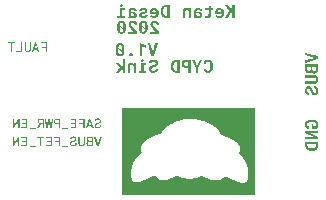
<source format=gbo>
G04*
G04 #@! TF.GenerationSoftware,Altium Limited,Altium Designer,20.1.11 (218)*
G04*
G04 Layer_Color=32896*
%FSLAX25Y25*%
%MOIN*%
G70*
G04*
G04 #@! TF.SameCoordinates,DBF43E64-11B2-480E-9B44-63982416C987*
G04*
G04*
G04 #@! TF.FilePolarity,Positive*
G04*
G01*
G75*
G36*
X116753Y33741D02*
Y33664D01*
Y33587D01*
Y33510D01*
Y33433D01*
Y33356D01*
Y33279D01*
Y33202D01*
Y33125D01*
Y33048D01*
Y32971D01*
Y32894D01*
Y32817D01*
Y32740D01*
Y32663D01*
Y32585D01*
Y32509D01*
Y32431D01*
Y32354D01*
Y32277D01*
Y32200D01*
Y32123D01*
Y32046D01*
Y31969D01*
Y31892D01*
Y31815D01*
Y31738D01*
Y31661D01*
Y31584D01*
Y31507D01*
Y31430D01*
Y31353D01*
Y31276D01*
Y31199D01*
Y31122D01*
Y31045D01*
Y30967D01*
Y30890D01*
Y30813D01*
Y30736D01*
Y30659D01*
Y30582D01*
Y30505D01*
Y30428D01*
Y30351D01*
Y30274D01*
Y30197D01*
Y30120D01*
Y30043D01*
Y29966D01*
Y29889D01*
Y29812D01*
Y29735D01*
Y29658D01*
Y29580D01*
Y29503D01*
Y29426D01*
Y29349D01*
Y29272D01*
Y29195D01*
Y29118D01*
Y29041D01*
Y28964D01*
Y28887D01*
Y28810D01*
Y28733D01*
Y28656D01*
Y28579D01*
Y28502D01*
Y28425D01*
Y28348D01*
Y28271D01*
Y28194D01*
Y28116D01*
Y28039D01*
Y27962D01*
Y27885D01*
Y27808D01*
Y27731D01*
Y27654D01*
Y27577D01*
Y27500D01*
Y27423D01*
Y27346D01*
Y27269D01*
Y27192D01*
Y27115D01*
Y27038D01*
Y26961D01*
Y26884D01*
Y26807D01*
Y26730D01*
Y26652D01*
Y26575D01*
Y26498D01*
Y26421D01*
Y26344D01*
Y26267D01*
Y26190D01*
Y26113D01*
Y26036D01*
Y25959D01*
Y25882D01*
Y25805D01*
Y25728D01*
Y25651D01*
Y25574D01*
Y25497D01*
Y25420D01*
Y25343D01*
Y25265D01*
Y25188D01*
Y25111D01*
Y25034D01*
Y24957D01*
Y24880D01*
Y24803D01*
Y24726D01*
Y24649D01*
Y24572D01*
Y24495D01*
Y24418D01*
Y24341D01*
Y24264D01*
Y24187D01*
Y24110D01*
Y24033D01*
Y23956D01*
Y23878D01*
Y23801D01*
Y23724D01*
Y23647D01*
Y23570D01*
Y23493D01*
Y23416D01*
Y23339D01*
Y23262D01*
Y23185D01*
Y23108D01*
Y23031D01*
Y22954D01*
Y22877D01*
Y22800D01*
Y22723D01*
Y22646D01*
Y22569D01*
Y22491D01*
Y22414D01*
Y22337D01*
Y22260D01*
Y22183D01*
Y22106D01*
Y22029D01*
Y21952D01*
Y21875D01*
Y21798D01*
Y21721D01*
Y21644D01*
Y21567D01*
Y21490D01*
Y21413D01*
Y21336D01*
Y21259D01*
Y21182D01*
Y21104D01*
Y21027D01*
Y20950D01*
Y20873D01*
Y20796D01*
Y20719D01*
Y20642D01*
Y20565D01*
Y20488D01*
Y20411D01*
Y20334D01*
Y20257D01*
Y20180D01*
Y20103D01*
Y20026D01*
Y19949D01*
Y19872D01*
Y19795D01*
Y19718D01*
Y19640D01*
Y19564D01*
Y19486D01*
Y19409D01*
Y19332D01*
Y19255D01*
Y19178D01*
Y19101D01*
Y19024D01*
Y18947D01*
Y18870D01*
Y18793D01*
Y18716D01*
Y18639D01*
Y18562D01*
Y18485D01*
Y18408D01*
Y18331D01*
Y18253D01*
Y18177D01*
Y18099D01*
Y18022D01*
Y17945D01*
Y17868D01*
Y17791D01*
Y17714D01*
Y17637D01*
Y17560D01*
Y17483D01*
Y17406D01*
Y17329D01*
Y17252D01*
Y17175D01*
Y17098D01*
Y17021D01*
Y16944D01*
Y16867D01*
Y16790D01*
Y16713D01*
Y16635D01*
Y16558D01*
Y16481D01*
Y16404D01*
Y16327D01*
Y16250D01*
Y16173D01*
Y16096D01*
Y16019D01*
Y15942D01*
Y15865D01*
Y15788D01*
Y15711D01*
Y15634D01*
Y15557D01*
Y15480D01*
Y15403D01*
Y15326D01*
Y15248D01*
Y15171D01*
Y15094D01*
Y15017D01*
Y14940D01*
Y14863D01*
Y14786D01*
Y14709D01*
Y14632D01*
Y14555D01*
Y14478D01*
Y14401D01*
Y14324D01*
Y14247D01*
Y14170D01*
Y14093D01*
Y14016D01*
Y13939D01*
Y13861D01*
Y13784D01*
Y13707D01*
Y13630D01*
Y13553D01*
Y13476D01*
Y13399D01*
Y13322D01*
Y13245D01*
Y13168D01*
Y13091D01*
Y13014D01*
Y12937D01*
Y12860D01*
Y12783D01*
Y12706D01*
Y12629D01*
Y12552D01*
Y12474D01*
Y12398D01*
Y12320D01*
Y12243D01*
Y12166D01*
Y12089D01*
Y12012D01*
Y11935D01*
Y11858D01*
Y11781D01*
Y11704D01*
Y11627D01*
Y11550D01*
Y11473D01*
Y11396D01*
Y11319D01*
Y11242D01*
Y11165D01*
Y11088D01*
Y11011D01*
Y10933D01*
Y10856D01*
Y10779D01*
Y10702D01*
Y10625D01*
Y10548D01*
Y10471D01*
Y10394D01*
Y10317D01*
Y10240D01*
Y10163D01*
Y10086D01*
Y10009D01*
Y9932D01*
Y9855D01*
Y9778D01*
Y9701D01*
Y9623D01*
Y9546D01*
Y9469D01*
Y9392D01*
Y9315D01*
Y9238D01*
Y9161D01*
Y9084D01*
Y9007D01*
Y8930D01*
Y8853D01*
Y8776D01*
Y8699D01*
Y8622D01*
Y8545D01*
Y8468D01*
Y8391D01*
Y8314D01*
Y8237D01*
Y8160D01*
Y8083D01*
Y8005D01*
Y7928D01*
Y7851D01*
Y7774D01*
Y7697D01*
Y7620D01*
Y7543D01*
Y7466D01*
Y7389D01*
Y7312D01*
Y7235D01*
Y7158D01*
Y7081D01*
Y7004D01*
Y6927D01*
Y6850D01*
Y6773D01*
Y6696D01*
Y6618D01*
Y6541D01*
Y6464D01*
Y6387D01*
Y6310D01*
Y6233D01*
Y6156D01*
Y6079D01*
Y6002D01*
Y5925D01*
Y5848D01*
Y5771D01*
Y5694D01*
Y5617D01*
Y5540D01*
Y5463D01*
Y5386D01*
Y5308D01*
Y5232D01*
Y5154D01*
Y5077D01*
Y5000D01*
Y4923D01*
Y4846D01*
Y4769D01*
Y4692D01*
X72601D01*
Y4769D01*
Y4846D01*
Y4923D01*
Y5000D01*
Y5077D01*
Y5154D01*
Y5232D01*
Y5308D01*
Y5386D01*
Y5463D01*
Y5540D01*
Y5617D01*
Y5694D01*
Y5771D01*
Y5848D01*
Y5925D01*
Y6002D01*
Y6079D01*
Y6156D01*
Y6233D01*
Y6310D01*
Y6387D01*
Y6464D01*
Y6541D01*
Y6618D01*
Y6696D01*
Y6773D01*
Y6850D01*
Y6927D01*
Y7004D01*
Y7081D01*
Y7158D01*
Y7235D01*
Y7312D01*
Y7389D01*
Y7466D01*
Y7543D01*
Y7620D01*
Y7697D01*
Y7774D01*
Y7851D01*
Y7928D01*
Y8005D01*
Y8083D01*
Y8160D01*
Y8237D01*
Y8314D01*
Y8391D01*
Y8468D01*
Y8545D01*
Y8622D01*
Y8699D01*
Y8776D01*
Y8853D01*
Y8930D01*
Y9007D01*
Y9084D01*
Y9161D01*
Y9238D01*
Y9315D01*
Y9392D01*
Y9469D01*
Y9546D01*
Y9623D01*
Y9701D01*
Y9778D01*
Y9855D01*
Y9932D01*
Y10009D01*
Y10086D01*
Y10163D01*
Y10240D01*
Y10317D01*
Y10394D01*
Y10471D01*
Y10548D01*
Y10625D01*
Y10702D01*
Y10779D01*
Y10856D01*
Y10933D01*
Y11011D01*
Y11088D01*
Y11165D01*
Y11242D01*
Y11319D01*
Y11396D01*
Y11473D01*
Y11550D01*
Y11627D01*
Y11704D01*
Y11781D01*
Y11858D01*
Y11935D01*
Y12012D01*
Y12089D01*
Y12166D01*
Y12243D01*
Y12320D01*
Y12398D01*
Y12474D01*
Y12552D01*
Y12629D01*
Y12706D01*
Y12783D01*
Y12860D01*
Y12937D01*
Y13014D01*
Y13091D01*
Y13168D01*
Y13245D01*
Y13322D01*
Y13399D01*
Y13476D01*
Y13553D01*
Y13630D01*
Y13707D01*
Y13784D01*
Y13861D01*
Y13939D01*
Y14016D01*
Y14093D01*
Y14170D01*
Y14247D01*
Y14324D01*
Y14401D01*
Y14478D01*
Y14555D01*
Y14632D01*
Y14709D01*
Y14786D01*
Y14863D01*
Y14940D01*
Y15017D01*
Y15094D01*
Y15171D01*
Y15248D01*
Y15326D01*
Y15403D01*
Y15480D01*
Y15557D01*
Y15634D01*
Y15711D01*
Y15788D01*
Y15865D01*
Y15942D01*
Y16019D01*
Y16096D01*
Y16173D01*
Y16250D01*
Y16327D01*
Y16404D01*
Y16481D01*
Y16558D01*
Y16635D01*
Y16713D01*
Y16790D01*
Y16867D01*
Y16944D01*
Y17021D01*
Y17098D01*
Y17175D01*
Y17252D01*
Y17329D01*
Y17406D01*
Y17483D01*
Y17560D01*
Y17637D01*
Y17714D01*
Y17791D01*
Y17868D01*
Y17945D01*
Y18022D01*
Y18099D01*
Y18177D01*
Y18253D01*
Y18331D01*
Y18408D01*
Y18485D01*
Y18562D01*
Y18639D01*
Y18716D01*
Y18793D01*
Y18870D01*
Y18947D01*
Y19024D01*
Y19101D01*
Y19178D01*
Y19255D01*
Y19332D01*
Y19409D01*
Y19486D01*
Y19564D01*
Y19640D01*
Y19718D01*
Y19795D01*
Y19872D01*
Y19949D01*
Y20026D01*
Y20103D01*
Y20180D01*
Y20257D01*
Y20334D01*
Y20411D01*
Y20488D01*
Y20565D01*
Y20642D01*
Y20719D01*
Y20796D01*
Y20873D01*
Y20950D01*
Y21027D01*
Y21104D01*
Y21182D01*
Y21259D01*
Y21336D01*
Y21413D01*
Y21490D01*
Y21567D01*
Y21644D01*
Y21721D01*
Y21798D01*
Y21875D01*
Y21952D01*
Y22029D01*
Y22106D01*
Y22183D01*
Y22260D01*
Y22337D01*
Y22414D01*
Y22491D01*
Y22569D01*
Y22646D01*
Y22723D01*
Y22800D01*
Y22877D01*
Y22954D01*
Y23031D01*
Y23108D01*
Y23185D01*
Y23262D01*
Y23339D01*
Y23416D01*
Y23493D01*
Y23570D01*
Y23647D01*
Y23724D01*
Y23801D01*
Y23878D01*
Y23956D01*
Y24033D01*
Y24110D01*
Y24187D01*
Y24264D01*
Y24341D01*
Y24418D01*
Y24495D01*
Y24572D01*
Y24649D01*
Y24726D01*
Y24803D01*
Y24880D01*
Y24957D01*
Y25034D01*
Y25111D01*
Y25188D01*
Y25265D01*
Y25343D01*
Y25420D01*
Y25497D01*
Y25574D01*
Y25651D01*
Y25728D01*
Y25805D01*
Y25882D01*
Y25959D01*
Y26036D01*
Y26113D01*
Y26190D01*
Y26267D01*
Y26344D01*
Y26421D01*
Y26498D01*
Y26575D01*
Y26652D01*
Y26730D01*
Y26807D01*
Y26884D01*
Y26961D01*
Y27038D01*
Y27115D01*
Y27192D01*
Y27269D01*
Y27346D01*
Y27423D01*
Y27500D01*
Y27577D01*
Y27654D01*
Y27731D01*
Y27808D01*
Y27885D01*
Y27962D01*
Y28039D01*
Y28116D01*
Y28194D01*
Y28271D01*
Y28348D01*
Y28425D01*
Y28502D01*
Y28579D01*
Y28656D01*
Y28733D01*
Y28810D01*
Y28887D01*
Y28964D01*
Y29041D01*
Y29118D01*
Y29195D01*
Y29272D01*
Y29349D01*
Y29426D01*
Y29503D01*
Y29580D01*
Y29658D01*
Y29735D01*
Y29812D01*
Y29889D01*
Y29966D01*
Y30043D01*
Y30120D01*
Y30197D01*
Y30274D01*
Y30351D01*
Y30428D01*
Y30505D01*
Y30582D01*
Y30659D01*
Y30736D01*
Y30813D01*
Y30890D01*
Y30967D01*
Y31045D01*
Y31122D01*
Y31199D01*
Y31276D01*
Y31353D01*
Y31430D01*
Y31507D01*
Y31584D01*
Y31661D01*
Y31738D01*
Y31815D01*
Y31892D01*
Y31969D01*
Y32046D01*
Y32123D01*
Y32200D01*
Y32277D01*
Y32354D01*
Y32431D01*
Y32509D01*
Y32585D01*
Y32663D01*
Y32740D01*
Y32817D01*
Y32894D01*
Y32971D01*
Y33048D01*
Y33125D01*
Y33202D01*
Y33279D01*
Y33356D01*
Y33433D01*
Y33510D01*
Y33587D01*
Y33664D01*
Y33741D01*
Y33818D01*
X116753D01*
Y33741D01*
D02*
G37*
G36*
X137941Y50950D02*
Y50106D01*
X133634Y48797D01*
Y49714D01*
X136742Y50528D01*
X133634Y51335D01*
Y52252D01*
X137941Y50950D01*
D02*
G37*
G36*
Y46628D02*
X137926Y46510D01*
X137919Y46406D01*
X137904Y46310D01*
X137889Y46236D01*
X137882Y46177D01*
X137867Y46140D01*
Y46125D01*
X137830Y46022D01*
X137793Y45925D01*
X137756Y45844D01*
X137719Y45770D01*
X137682Y45718D01*
X137652Y45674D01*
X137637Y45644D01*
X137630Y45637D01*
X137563Y45563D01*
X137497Y45504D01*
X137430Y45452D01*
X137371Y45407D01*
X137312Y45378D01*
X137267Y45356D01*
X137238Y45341D01*
X137230Y45333D01*
X137142Y45296D01*
X137045Y45267D01*
X136949Y45252D01*
X136868Y45237D01*
X136794Y45230D01*
X136735Y45222D01*
X136698D01*
X136683D01*
X136564Y45230D01*
X136513Y45237D01*
X136468Y45245D01*
X136424Y45252D01*
X136394Y45259D01*
X136379Y45267D01*
X136372D01*
X136261Y45304D01*
X136172Y45348D01*
X136135Y45370D01*
X136113Y45385D01*
X136098Y45393D01*
X136091Y45400D01*
X136002Y45474D01*
X135928Y45548D01*
X135898Y45578D01*
X135876Y45607D01*
X135869Y45622D01*
X135861Y45629D01*
X135802Y45733D01*
X135758Y45837D01*
X135743Y45881D01*
X135728Y45918D01*
X135721Y45940D01*
Y45948D01*
X135669Y45844D01*
X135610Y45748D01*
X135551Y45666D01*
X135491Y45607D01*
X135440Y45555D01*
X135395Y45518D01*
X135366Y45496D01*
X135358Y45489D01*
X135262Y45437D01*
X135166Y45393D01*
X135077Y45363D01*
X134996Y45348D01*
X134922Y45333D01*
X134862Y45326D01*
X134825D01*
X134811D01*
X134700Y45333D01*
X134603Y45341D01*
X134515Y45363D01*
X134441Y45378D01*
X134381Y45400D01*
X134330Y45422D01*
X134300Y45430D01*
X134293Y45437D01*
X134211Y45481D01*
X134137Y45533D01*
X134078Y45585D01*
X134026Y45637D01*
X133982Y45681D01*
X133952Y45718D01*
X133930Y45748D01*
X133923Y45755D01*
X133871Y45837D01*
X133826Y45918D01*
X133789Y45999D01*
X133760Y46073D01*
X133738Y46140D01*
X133723Y46192D01*
X133708Y46229D01*
Y46244D01*
X133664Y46466D01*
X133649Y46569D01*
X133641Y46673D01*
X133634Y46754D01*
Y48330D01*
X137941D01*
Y46628D01*
D02*
G37*
G36*
X136624Y44697D02*
X136742Y44690D01*
X136853Y44675D01*
X136949Y44653D01*
X137023Y44638D01*
X137082Y44623D01*
X137119Y44616D01*
X137134Y44608D01*
X137238Y44564D01*
X137327Y44519D01*
X137408Y44468D01*
X137475Y44423D01*
X137534Y44386D01*
X137571Y44349D01*
X137600Y44327D01*
X137608Y44320D01*
X137674Y44246D01*
X137734Y44164D01*
X137785Y44090D01*
X137830Y44024D01*
X137859Y43957D01*
X137882Y43913D01*
X137896Y43883D01*
X137904Y43868D01*
X137933Y43765D01*
X137956Y43661D01*
X137978Y43565D01*
X137985Y43469D01*
X137993Y43395D01*
X138000Y43328D01*
Y43276D01*
X137993Y43150D01*
X137985Y43039D01*
X137970Y42928D01*
X137948Y42840D01*
X137933Y42766D01*
X137919Y42706D01*
X137911Y42677D01*
X137904Y42662D01*
X137859Y42566D01*
X137815Y42477D01*
X137763Y42396D01*
X137719Y42329D01*
X137674Y42277D01*
X137637Y42233D01*
X137615Y42211D01*
X137608Y42203D01*
X137534Y42137D01*
X137452Y42077D01*
X137371Y42033D01*
X137297Y41996D01*
X137230Y41959D01*
X137179Y41937D01*
X137149Y41929D01*
X137134Y41922D01*
X137023Y41885D01*
X136912Y41863D01*
X136809Y41841D01*
X136705Y41833D01*
X136616Y41826D01*
X136550Y41818D01*
X136505D01*
X136498D01*
X136490D01*
X133634D01*
Y42647D01*
X136490D01*
X136638Y42655D01*
X136764Y42677D01*
X136875Y42706D01*
X136964Y42736D01*
X137038Y42766D01*
X137090Y42795D01*
X137119Y42810D01*
X137127Y42817D01*
X137193Y42884D01*
X137245Y42958D01*
X137282Y43032D01*
X137304Y43106D01*
X137319Y43173D01*
X137334Y43224D01*
Y43276D01*
X137327Y43380D01*
X137304Y43469D01*
X137267Y43543D01*
X137230Y43609D01*
X137193Y43654D01*
X137156Y43691D01*
X137134Y43713D01*
X137127Y43720D01*
X137038Y43772D01*
X136934Y43809D01*
X136831Y43831D01*
X136727Y43846D01*
X136638Y43861D01*
X136557Y43868D01*
X136527D01*
X136505D01*
X136498D01*
X136490D01*
X133634D01*
Y44704D01*
X136490D01*
X136624Y44697D01*
D02*
G37*
G36*
X136779Y41175D02*
X136853Y41160D01*
X136912Y41145D01*
X136971Y41138D01*
X137008Y41123D01*
X137038Y41115D01*
X137045D01*
X137179Y41056D01*
X137238Y41027D01*
X137290Y40997D01*
X137334Y40975D01*
X137364Y40953D01*
X137386Y40938D01*
X137393Y40930D01*
X137497Y40834D01*
X137578Y40745D01*
X137615Y40708D01*
X137637Y40679D01*
X137652Y40664D01*
X137660Y40657D01*
X137734Y40531D01*
X137771Y40472D01*
X137800Y40420D01*
X137822Y40375D01*
X137837Y40338D01*
X137845Y40316D01*
X137852Y40309D01*
X137896Y40168D01*
X137919Y40109D01*
X137933Y40050D01*
X137941Y39998D01*
X137948Y39961D01*
X137956Y39931D01*
Y39924D01*
X137978Y39776D01*
X137985Y39702D01*
Y39643D01*
X137993Y39591D01*
Y39399D01*
X137978Y39280D01*
X137970Y39177D01*
X137956Y39088D01*
X137941Y39014D01*
X137933Y38955D01*
X137919Y38925D01*
Y38910D01*
X137889Y38807D01*
X137852Y38718D01*
X137815Y38636D01*
X137778Y38562D01*
X137748Y38511D01*
X137719Y38466D01*
X137704Y38437D01*
X137697Y38429D01*
X137637Y38355D01*
X137571Y38296D01*
X137512Y38244D01*
X137452Y38200D01*
X137401Y38163D01*
X137356Y38141D01*
X137327Y38126D01*
X137319Y38118D01*
X137230Y38081D01*
X137149Y38052D01*
X137060Y38030D01*
X136986Y38015D01*
X136920Y38007D01*
X136860Y38000D01*
X136831D01*
X136816D01*
X136720Y38007D01*
X136631Y38015D01*
X136550Y38030D01*
X136476Y38052D01*
X136416Y38074D01*
X136372Y38089D01*
X136342Y38096D01*
X136335Y38104D01*
X136254Y38141D01*
X136180Y38185D01*
X136113Y38229D01*
X136054Y38274D01*
X136009Y38318D01*
X135972Y38348D01*
X135950Y38370D01*
X135943Y38377D01*
X135824Y38518D01*
X135773Y38592D01*
X135728Y38659D01*
X135699Y38718D01*
X135669Y38762D01*
X135654Y38792D01*
X135647Y38807D01*
X135558Y38992D01*
X135528Y39088D01*
X135499Y39169D01*
X135469Y39243D01*
X135454Y39295D01*
X135440Y39332D01*
Y39347D01*
X135395Y39495D01*
X135373Y39554D01*
X135358Y39613D01*
X135343Y39658D01*
X135329Y39695D01*
X135321Y39717D01*
Y39724D01*
X135269Y39835D01*
X135247Y39887D01*
X135225Y39924D01*
X135203Y39961D01*
X135188Y39983D01*
X135173Y39998D01*
Y40005D01*
X135114Y40079D01*
X135055Y40131D01*
X135010Y40161D01*
X135003Y40176D01*
X134996D01*
X134922Y40213D01*
X134855Y40227D01*
X134825Y40235D01*
X134803D01*
X134788D01*
X134781D01*
X134700Y40227D01*
X134626Y40213D01*
X134581Y40198D01*
X134574Y40190D01*
X134566D01*
X134492Y40153D01*
X134441Y40109D01*
X134411Y40072D01*
X134396Y40057D01*
X134344Y39983D01*
X134315Y39917D01*
X134300Y39887D01*
X134293Y39865D01*
X134285Y39850D01*
Y39843D01*
X134256Y39739D01*
X134248Y39643D01*
X134241Y39606D01*
Y39547D01*
X134248Y39421D01*
X134256Y39362D01*
X134263Y39317D01*
X134278Y39280D01*
X134285Y39251D01*
X134293Y39236D01*
Y39228D01*
X134330Y39140D01*
X134374Y39066D01*
X134411Y39021D01*
X134418Y39014D01*
X134426Y39006D01*
X134492Y38947D01*
X134559Y38903D01*
X134589Y38888D01*
X134611Y38881D01*
X134626Y38873D01*
X134633D01*
X134722Y38844D01*
X134811Y38821D01*
X134848D01*
X134877Y38814D01*
X134892D01*
X134899D01*
Y38007D01*
X134796Y38015D01*
X134692Y38022D01*
X134603Y38044D01*
X134522Y38059D01*
X134455Y38081D01*
X134411Y38104D01*
X134374Y38111D01*
X134367Y38118D01*
X134278Y38163D01*
X134196Y38215D01*
X134130Y38266D01*
X134071Y38318D01*
X134019Y38363D01*
X133982Y38400D01*
X133960Y38429D01*
X133952Y38437D01*
X133886Y38518D01*
X133834Y38599D01*
X133789Y38673D01*
X133745Y38755D01*
X133715Y38821D01*
X133693Y38873D01*
X133686Y38903D01*
X133678Y38918D01*
X133641Y39021D01*
X133619Y39132D01*
X133597Y39228D01*
X133590Y39325D01*
X133582Y39406D01*
X133575Y39473D01*
Y39650D01*
X133590Y39761D01*
X133604Y39865D01*
X133619Y39954D01*
X133634Y40035D01*
X133649Y40087D01*
X133656Y40124D01*
X133664Y40139D01*
X133701Y40235D01*
X133738Y40331D01*
X133775Y40412D01*
X133812Y40479D01*
X133849Y40538D01*
X133878Y40583D01*
X133893Y40612D01*
X133900Y40620D01*
X133960Y40694D01*
X134026Y40753D01*
X134085Y40805D01*
X134145Y40856D01*
X134196Y40886D01*
X134241Y40916D01*
X134270Y40930D01*
X134278Y40938D01*
X134359Y40975D01*
X134448Y41004D01*
X134529Y41019D01*
X134611Y41034D01*
X134677Y41041D01*
X134729Y41049D01*
X134759D01*
X134774D01*
X134877Y41041D01*
X134973Y41034D01*
X135055Y41012D01*
X135129Y40990D01*
X135188Y40975D01*
X135240Y40953D01*
X135269Y40945D01*
X135277Y40938D01*
X135351Y40893D01*
X135425Y40842D01*
X135491Y40790D01*
X135543Y40738D01*
X135588Y40694D01*
X135625Y40657D01*
X135647Y40634D01*
X135654Y40627D01*
X135765Y40472D01*
X135817Y40398D01*
X135854Y40324D01*
X135891Y40264D01*
X135913Y40220D01*
X135928Y40183D01*
X135935Y40176D01*
X136009Y39983D01*
X136039Y39887D01*
X136069Y39806D01*
X136091Y39739D01*
X136106Y39680D01*
X136120Y39650D01*
Y39635D01*
X136143Y39554D01*
X136172Y39480D01*
X136194Y39413D01*
X136217Y39354D01*
X136231Y39310D01*
X136246Y39280D01*
X136261Y39258D01*
Y39251D01*
X136313Y39147D01*
X136365Y39066D01*
X136387Y39036D01*
X136402Y39014D01*
X136409Y39006D01*
X136416Y38999D01*
X136483Y38940D01*
X136542Y38895D01*
X136594Y38873D01*
X136601Y38866D01*
X136609D01*
X136683Y38836D01*
X136749Y38829D01*
X136779Y38821D01*
X136801D01*
X136816D01*
X136823D01*
X136905Y38829D01*
X136971Y38844D01*
X137016Y38866D01*
X137023Y38873D01*
X137031D01*
X137097Y38910D01*
X137149Y38955D01*
X137186Y38992D01*
X137201Y38999D01*
Y39006D01*
X137245Y39080D01*
X137275Y39147D01*
X137290Y39177D01*
X137297Y39199D01*
X137304Y39214D01*
Y39221D01*
X137327Y39317D01*
X137334Y39413D01*
X137341Y39458D01*
Y39517D01*
X137334Y39650D01*
X137327Y39709D01*
X137319Y39754D01*
Y39798D01*
X137312Y39828D01*
X137304Y39850D01*
Y39857D01*
X137267Y39961D01*
X137223Y40050D01*
X137201Y40079D01*
X137186Y40102D01*
X137171Y40116D01*
Y40124D01*
X137097Y40198D01*
X137023Y40257D01*
X136994Y40272D01*
X136964Y40287D01*
X136949Y40301D01*
X136942D01*
X136831Y40338D01*
X136720Y40353D01*
X136675Y40361D01*
X136638Y40368D01*
X136616D01*
X136609D01*
Y41182D01*
X136779Y41175D01*
D02*
G37*
G36*
X136246Y29882D02*
X136402Y29875D01*
X136542Y29853D01*
X136661Y29830D01*
X136764Y29816D01*
X136831Y29793D01*
X136860Y29786D01*
X136883D01*
X136890Y29779D01*
X136897D01*
X137023Y29727D01*
X137142Y29675D01*
X137245Y29623D01*
X137327Y29571D01*
X137401Y29527D01*
X137452Y29490D01*
X137482Y29460D01*
X137497Y29453D01*
X137586Y29372D01*
X137660Y29283D01*
X137726Y29194D01*
X137778Y29120D01*
X137822Y29046D01*
X137852Y28994D01*
X137867Y28957D01*
X137874Y28942D01*
X137919Y28831D01*
X137948Y28713D01*
X137970Y28602D01*
X137985Y28498D01*
X137993Y28417D01*
X138000Y28343D01*
Y28180D01*
X137993Y28091D01*
X137985Y28003D01*
X137970Y27929D01*
X137963Y27862D01*
X137956Y27818D01*
X137948Y27781D01*
Y27773D01*
X137933Y27684D01*
X137911Y27603D01*
X137889Y27536D01*
X137867Y27470D01*
X137852Y27418D01*
X137837Y27381D01*
X137822Y27351D01*
Y27344D01*
X137763Y27211D01*
X137734Y27159D01*
X137704Y27107D01*
X137682Y27070D01*
X137660Y27041D01*
X137652Y27026D01*
X137645Y27018D01*
X137571Y26922D01*
X137504Y26856D01*
X137460Y26811D01*
X137452Y26796D01*
X137445D01*
X135743D01*
Y28343D01*
X136365D01*
Y27625D01*
X137149Y27633D01*
X137179Y27662D01*
X137201Y27692D01*
X137216Y27714D01*
X137223Y27729D01*
X137245Y27773D01*
X137260Y27825D01*
X137275Y27862D01*
X137282Y27869D01*
Y27877D01*
X137297Y27936D01*
X137312Y27995D01*
X137319Y28040D01*
Y28054D01*
X137327Y28121D01*
X137334Y28180D01*
Y28239D01*
X137327Y28313D01*
X137319Y28387D01*
X137282Y28513D01*
X137230Y28617D01*
X137171Y28698D01*
X137119Y28765D01*
X137068Y28817D01*
X137031Y28846D01*
X137016Y28854D01*
X136883Y28920D01*
X136735Y28965D01*
X136579Y29002D01*
X136424Y29024D01*
X136291Y29039D01*
X136231Y29046D01*
X136180D01*
X136143Y29053D01*
X136113D01*
X136091D01*
X136083D01*
X135491D01*
X135380D01*
X135277Y29046D01*
X135188Y29031D01*
X135114Y29024D01*
X135047Y29009D01*
X134996Y29002D01*
X134966Y28994D01*
X134959D01*
X134877Y28972D01*
X134796Y28942D01*
X134729Y28913D01*
X134670Y28891D01*
X134626Y28868D01*
X134596Y28846D01*
X134574Y28839D01*
X134566Y28831D01*
X134463Y28750D01*
X134389Y28676D01*
X134367Y28639D01*
X134344Y28617D01*
X134330Y28602D01*
Y28595D01*
X134300Y28543D01*
X134285Y28491D01*
X134256Y28395D01*
Y28358D01*
X134248Y28328D01*
Y28299D01*
X134256Y28180D01*
X134278Y28084D01*
X134300Y27995D01*
X134330Y27929D01*
X134367Y27877D01*
X134389Y27840D01*
X134411Y27818D01*
X134418Y27810D01*
X134485Y27751D01*
X134566Y27707D01*
X134648Y27677D01*
X134729Y27647D01*
X134803Y27633D01*
X134862Y27618D01*
X134899Y27610D01*
X134907D01*
X134914D01*
Y26796D01*
X134803Y26811D01*
X134700Y26833D01*
X134603Y26856D01*
X134522Y26878D01*
X134455Y26900D01*
X134404Y26922D01*
X134367Y26930D01*
X134359Y26937D01*
X134270Y26981D01*
X134189Y27026D01*
X134115Y27070D01*
X134056Y27122D01*
X134004Y27159D01*
X133967Y27196D01*
X133945Y27218D01*
X133937Y27226D01*
X133878Y27300D01*
X133819Y27374D01*
X133775Y27455D01*
X133738Y27522D01*
X133708Y27588D01*
X133686Y27640D01*
X133678Y27670D01*
X133671Y27684D01*
X133641Y27788D01*
X133612Y27899D01*
X133597Y28003D01*
X133590Y28106D01*
X133582Y28195D01*
X133575Y28262D01*
Y28321D01*
X133582Y28439D01*
X133597Y28558D01*
X133619Y28661D01*
X133641Y28757D01*
X133664Y28831D01*
X133686Y28891D01*
X133701Y28928D01*
X133708Y28942D01*
X133760Y29046D01*
X133819Y29135D01*
X133886Y29224D01*
X133945Y29298D01*
X133997Y29357D01*
X134041Y29401D01*
X134071Y29431D01*
X134085Y29438D01*
X134182Y29512D01*
X134285Y29579D01*
X134389Y29638D01*
X134485Y29682D01*
X134566Y29719D01*
X134633Y29749D01*
X134677Y29764D01*
X134685Y29771D01*
X134692D01*
X134825Y29808D01*
X134966Y29838D01*
X135107Y29860D01*
X135225Y29875D01*
X135336Y29882D01*
X135425Y29890D01*
X135454D01*
X135477D01*
X135491D01*
X135499D01*
X136083D01*
X136246Y29882D01*
D02*
G37*
G36*
X137941Y25309D02*
X135166D01*
X137941Y24110D01*
Y23281D01*
X133634D01*
Y24118D01*
X136402D01*
X133634Y25309D01*
Y26145D01*
X137941D01*
Y25309D01*
D02*
G37*
G36*
Y21350D02*
X137933Y21202D01*
X137919Y21061D01*
X137896Y20936D01*
X137867Y20825D01*
X137845Y20728D01*
X137822Y20662D01*
X137808Y20617D01*
X137800Y20603D01*
X137741Y20477D01*
X137674Y20366D01*
X137608Y20270D01*
X137541Y20181D01*
X137482Y20114D01*
X137438Y20062D01*
X137408Y20025D01*
X137393Y20018D01*
X137290Y19929D01*
X137186Y19855D01*
X137082Y19789D01*
X136986Y19737D01*
X136897Y19692D01*
X136831Y19663D01*
X136786Y19648D01*
X136779Y19641D01*
X136772D01*
X136631Y19596D01*
X136490Y19567D01*
X136357Y19537D01*
X136239Y19522D01*
X136128Y19515D01*
X136046Y19507D01*
X136017D01*
X135995D01*
X135980D01*
X135972D01*
X135617D01*
X135454Y19515D01*
X135306Y19530D01*
X135173Y19552D01*
X135055Y19574D01*
X134959Y19596D01*
X134885Y19618D01*
X134855Y19626D01*
X134833Y19633D01*
X134825Y19641D01*
X134818D01*
X134685Y19692D01*
X134566Y19759D01*
X134463Y19818D01*
X134374Y19885D01*
X134300Y19937D01*
X134241Y19981D01*
X134211Y20011D01*
X134196Y20025D01*
X134100Y20122D01*
X134019Y20218D01*
X133945Y20321D01*
X133886Y20410D01*
X133841Y20492D01*
X133812Y20558D01*
X133789Y20603D01*
X133782Y20610D01*
Y20617D01*
X133730Y20751D01*
X133693Y20884D01*
X133671Y21017D01*
X133649Y21135D01*
X133641Y21239D01*
X133634Y21320D01*
Y22512D01*
X137941D01*
Y21350D01*
D02*
G37*
G36*
X72369Y68293D02*
X72428Y68286D01*
X72473Y68271D01*
X72480Y68264D01*
X72487D01*
X72547Y68234D01*
X72591Y68212D01*
X72621Y68182D01*
X72635Y68175D01*
X72672Y68130D01*
X72702Y68086D01*
X72724Y68056D01*
X72732Y68049D01*
Y68041D01*
X72746Y67982D01*
X72754Y67923D01*
X72761Y67879D01*
Y67871D01*
Y67864D01*
X72754Y67797D01*
X72746Y67738D01*
X72739Y67701D01*
X72732Y67694D01*
Y67686D01*
X72702Y67627D01*
X72672Y67583D01*
X72643Y67553D01*
X72635Y67546D01*
X72584Y67509D01*
X72539Y67479D01*
X72502Y67464D01*
X72487Y67457D01*
X72421Y67442D01*
X72354Y67435D01*
X72302Y67427D01*
X72288D01*
X72214Y67435D01*
X72147Y67449D01*
X72088Y67464D01*
X72036Y67487D01*
X71999Y67509D01*
X71969Y67531D01*
X71955Y67538D01*
X71947Y67546D01*
X71903Y67598D01*
X71873Y67649D01*
X71844Y67701D01*
X71829Y67753D01*
X71821Y67797D01*
X71814Y67834D01*
Y67857D01*
Y67864D01*
X71821Y67931D01*
X71836Y67997D01*
X71858Y68049D01*
X71881Y68093D01*
X71903Y68130D01*
X71925Y68152D01*
X71940Y68167D01*
X71947Y68175D01*
X71999Y68219D01*
X72051Y68249D01*
X72110Y68271D01*
X72162Y68286D01*
X72214Y68293D01*
X72251Y68300D01*
X72288D01*
X72369Y68293D01*
D02*
G37*
G36*
X110205Y63846D02*
X109369D01*
Y65111D01*
X108918Y65614D01*
X107852Y63846D01*
X106860D01*
X108363Y66243D01*
X106912Y68153D01*
X107933D01*
X108977Y66702D01*
X109369Y66177D01*
Y68153D01*
X110205D01*
Y63846D01*
D02*
G37*
G36*
X98151Y67087D02*
X98247Y67080D01*
X98336Y67065D01*
X98402Y67050D01*
X98454Y67035D01*
X98484Y67028D01*
X98498Y67020D01*
X98587Y66991D01*
X98669Y66954D01*
X98743Y66917D01*
X98809Y66880D01*
X98861Y66850D01*
X98898Y66821D01*
X98920Y66806D01*
X98928Y66798D01*
X98987Y66747D01*
X99039Y66695D01*
X99083Y66643D01*
X99120Y66591D01*
X99150Y66547D01*
X99172Y66510D01*
X99179Y66487D01*
X99187Y66480D01*
X99216Y66413D01*
X99238Y66339D01*
X99253Y66273D01*
X99261Y66214D01*
X99268Y66162D01*
X99275Y66125D01*
Y66095D01*
Y66088D01*
X98454D01*
X98447Y66154D01*
X98439Y66214D01*
X98417Y66258D01*
X98395Y66303D01*
X98380Y66332D01*
X98358Y66354D01*
X98350Y66369D01*
X98343Y66377D01*
X98291Y66413D01*
X98232Y66443D01*
X98173Y66458D01*
X98114Y66473D01*
X98062Y66480D01*
X98017Y66487D01*
X97973D01*
X97869Y66480D01*
X97781Y66465D01*
X97707Y66443D01*
X97647Y66421D01*
X97596Y66399D01*
X97566Y66377D01*
X97544Y66362D01*
X97536Y66354D01*
X97485Y66303D01*
X97448Y66243D01*
X97418Y66177D01*
X97403Y66118D01*
X97388Y66066D01*
X97381Y66021D01*
Y65992D01*
Y65984D01*
Y65799D01*
X97973D01*
X98106Y65785D01*
X98225Y65777D01*
X98336Y65755D01*
X98439Y65733D01*
X98528Y65711D01*
X98617Y65688D01*
X98691Y65659D01*
X98757Y65629D01*
X98809Y65607D01*
X98861Y65585D01*
X98898Y65562D01*
X98935Y65548D01*
X98957Y65533D01*
X98965Y65518D01*
X98972D01*
X99039Y65466D01*
X99098Y65407D01*
X99150Y65348D01*
X99187Y65281D01*
X99261Y65156D01*
X99305Y65030D01*
X99327Y64911D01*
X99335Y64867D01*
X99342Y64823D01*
X99349Y64793D01*
Y64763D01*
Y64749D01*
Y64741D01*
X99342Y64667D01*
X99335Y64593D01*
X99320Y64526D01*
X99305Y64475D01*
X99290Y64423D01*
X99283Y64386D01*
X99268Y64364D01*
Y64356D01*
X99194Y64238D01*
X99157Y64186D01*
X99113Y64142D01*
X99083Y64105D01*
X99053Y64075D01*
X99039Y64060D01*
X99031Y64053D01*
X98913Y63972D01*
X98802Y63905D01*
X98757Y63883D01*
X98713Y63868D01*
X98691Y63853D01*
X98683D01*
X98521Y63816D01*
X98447Y63801D01*
X98373Y63794D01*
X98313D01*
X98269Y63787D01*
X98225D01*
X98121Y63794D01*
X98032Y63801D01*
X97995Y63809D01*
X97973D01*
X97958Y63816D01*
X97951D01*
X97855Y63838D01*
X97781Y63868D01*
X97751Y63875D01*
X97729Y63883D01*
X97721Y63890D01*
X97714D01*
X97633Y63927D01*
X97573Y63964D01*
X97529Y63994D01*
X97522Y64001D01*
X97514D01*
X97448Y64053D01*
X97396Y64097D01*
X97366Y64127D01*
X97351Y64142D01*
X97337Y64083D01*
X97329Y64031D01*
X97322Y63994D01*
Y63979D01*
X97307Y63927D01*
X97285Y63883D01*
X97277Y63853D01*
X97270Y63846D01*
X96434D01*
Y63890D01*
X96471Y63986D01*
X96500Y64083D01*
X96515Y64120D01*
X96523Y64149D01*
X96530Y64171D01*
Y64179D01*
X96537Y64245D01*
X96545Y64319D01*
X96552Y64386D01*
Y64460D01*
X96560Y64519D01*
Y64564D01*
Y64593D01*
Y64608D01*
Y65984D01*
X96567Y66081D01*
X96574Y66177D01*
X96589Y66258D01*
X96611Y66325D01*
X96634Y66384D01*
X96648Y66428D01*
X96656Y66458D01*
X96663Y66465D01*
X96708Y66539D01*
X96752Y66613D01*
X96796Y66673D01*
X96848Y66724D01*
X96885Y66761D01*
X96922Y66798D01*
X96944Y66813D01*
X96952Y66821D01*
X97100Y66909D01*
X97174Y66946D01*
X97240Y66976D01*
X97300Y66998D01*
X97344Y67013D01*
X97374Y67028D01*
X97388D01*
X97573Y67072D01*
X97670Y67087D01*
X97751Y67094D01*
X97825Y67102D01*
X98047D01*
X98151Y67087D01*
D02*
G37*
G36*
X76350D02*
X76446Y67080D01*
X76535Y67065D01*
X76602Y67050D01*
X76654Y67035D01*
X76683Y67028D01*
X76698Y67020D01*
X76787Y66991D01*
X76868Y66954D01*
X76942Y66917D01*
X77009Y66880D01*
X77061Y66850D01*
X77098Y66821D01*
X77120Y66806D01*
X77127Y66798D01*
X77186Y66747D01*
X77238Y66695D01*
X77283Y66643D01*
X77320Y66591D01*
X77349Y66547D01*
X77371Y66510D01*
X77379Y66487D01*
X77386Y66480D01*
X77416Y66413D01*
X77438Y66339D01*
X77453Y66273D01*
X77460Y66214D01*
X77468Y66162D01*
X77475Y66125D01*
Y66095D01*
Y66088D01*
X76654D01*
X76646Y66154D01*
X76639Y66214D01*
X76617Y66258D01*
X76594Y66303D01*
X76580Y66332D01*
X76557Y66354D01*
X76550Y66369D01*
X76543Y66377D01*
X76491Y66413D01*
X76432Y66443D01*
X76372Y66458D01*
X76313Y66473D01*
X76261Y66480D01*
X76217Y66487D01*
X76173D01*
X76069Y66480D01*
X75980Y66465D01*
X75906Y66443D01*
X75847Y66421D01*
X75795Y66399D01*
X75766Y66377D01*
X75743Y66362D01*
X75736Y66354D01*
X75684Y66303D01*
X75647Y66243D01*
X75618Y66177D01*
X75603Y66118D01*
X75588Y66066D01*
X75581Y66021D01*
Y65992D01*
Y65984D01*
Y65799D01*
X76173D01*
X76306Y65785D01*
X76424Y65777D01*
X76535Y65755D01*
X76639Y65733D01*
X76728Y65711D01*
X76816Y65688D01*
X76890Y65659D01*
X76957Y65629D01*
X77009Y65607D01*
X77061Y65585D01*
X77098Y65562D01*
X77135Y65548D01*
X77157Y65533D01*
X77164Y65518D01*
X77172D01*
X77238Y65466D01*
X77297Y65407D01*
X77349Y65348D01*
X77386Y65281D01*
X77460Y65156D01*
X77505Y65030D01*
X77527Y64911D01*
X77534Y64867D01*
X77542Y64823D01*
X77549Y64793D01*
Y64763D01*
Y64749D01*
Y64741D01*
X77542Y64667D01*
X77534Y64593D01*
X77519Y64526D01*
X77505Y64475D01*
X77490Y64423D01*
X77482Y64386D01*
X77468Y64364D01*
Y64356D01*
X77394Y64238D01*
X77357Y64186D01*
X77312Y64142D01*
X77283Y64105D01*
X77253Y64075D01*
X77238Y64060D01*
X77231Y64053D01*
X77112Y63972D01*
X77001Y63905D01*
X76957Y63883D01*
X76913Y63868D01*
X76890Y63853D01*
X76883D01*
X76720Y63816D01*
X76646Y63801D01*
X76572Y63794D01*
X76513D01*
X76469Y63787D01*
X76424D01*
X76321Y63794D01*
X76232Y63801D01*
X76195Y63809D01*
X76173D01*
X76158Y63816D01*
X76150D01*
X76054Y63838D01*
X75980Y63868D01*
X75951Y63875D01*
X75928Y63883D01*
X75921Y63890D01*
X75914D01*
X75832Y63927D01*
X75773Y63964D01*
X75729Y63994D01*
X75721Y64001D01*
X75714D01*
X75647Y64053D01*
X75595Y64097D01*
X75566Y64127D01*
X75551Y64142D01*
X75536Y64083D01*
X75529Y64031D01*
X75521Y63994D01*
Y63979D01*
X75507Y63927D01*
X75484Y63883D01*
X75477Y63853D01*
X75470Y63846D01*
X74633D01*
Y63890D01*
X74670Y63986D01*
X74700Y64083D01*
X74715Y64120D01*
X74722Y64149D01*
X74730Y64171D01*
Y64179D01*
X74737Y64245D01*
X74744Y64319D01*
X74752Y64386D01*
Y64460D01*
X74759Y64519D01*
Y64564D01*
Y64593D01*
Y64608D01*
Y65984D01*
X74767Y66081D01*
X74774Y66177D01*
X74789Y66258D01*
X74811Y66325D01*
X74833Y66384D01*
X74848Y66428D01*
X74855Y66458D01*
X74863Y66465D01*
X74907Y66539D01*
X74952Y66613D01*
X74996Y66673D01*
X75048Y66724D01*
X75085Y66761D01*
X75122Y66798D01*
X75144Y66813D01*
X75151Y66821D01*
X75299Y66909D01*
X75373Y66946D01*
X75440Y66976D01*
X75499Y66998D01*
X75544Y67013D01*
X75573Y67028D01*
X75588D01*
X75773Y67072D01*
X75869Y67087D01*
X75951Y67094D01*
X76025Y67102D01*
X76247D01*
X76350Y67087D01*
D02*
G37*
G36*
X102213Y67043D02*
X102946D01*
Y66436D01*
X102213D01*
Y64978D01*
X102206Y64867D01*
X102198Y64763D01*
X102184Y64667D01*
X102169Y64593D01*
X102154Y64526D01*
X102147Y64482D01*
X102132Y64445D01*
Y64438D01*
X102095Y64356D01*
X102058Y64282D01*
X102021Y64216D01*
X101984Y64164D01*
X101954Y64120D01*
X101925Y64090D01*
X101910Y64068D01*
X101902Y64060D01*
X101777Y63972D01*
X101658Y63905D01*
X101606Y63883D01*
X101569Y63868D01*
X101540Y63853D01*
X101532D01*
X101370Y63816D01*
X101288Y63801D01*
X101214Y63794D01*
X101148D01*
X101096Y63787D01*
X100955D01*
X100866Y63794D01*
X100829D01*
X100800Y63801D01*
X100778D01*
X100674Y63816D01*
X100593Y63824D01*
X100556Y63831D01*
X100533Y63838D01*
X100511D01*
X100415Y63853D01*
X100334Y63868D01*
X100304Y63875D01*
X100282Y63883D01*
X100267Y63890D01*
X100260D01*
X100178Y63920D01*
X100112Y63949D01*
X100075Y63972D01*
X100060Y63979D01*
X100141Y64541D01*
X100186Y64534D01*
X100230Y64519D01*
X100260Y64512D01*
X100274D01*
X100334Y64504D01*
X100385Y64490D01*
X100430Y64482D01*
X100445D01*
X100511Y64475D01*
X100570Y64467D01*
X100622Y64460D01*
X100637D01*
X100704Y64452D01*
X100822D01*
X100918Y64460D01*
X100992Y64467D01*
X101022Y64475D01*
X101037D01*
X101051Y64482D01*
X101059D01*
X101133Y64512D01*
X101185Y64541D01*
X101222Y64571D01*
X101236Y64578D01*
X101288Y64638D01*
X101325Y64704D01*
X101347Y64749D01*
X101355Y64763D01*
Y64771D01*
X101377Y64867D01*
X101384Y64963D01*
X101392Y65000D01*
Y65030D01*
Y65052D01*
Y65059D01*
Y66436D01*
X100200D01*
Y67043D01*
X101392D01*
Y67827D01*
X102213D01*
Y67043D01*
D02*
G37*
G36*
X105195Y67094D02*
X105314Y67080D01*
X105417Y67065D01*
X105514Y67043D01*
X105588Y67013D01*
X105647Y66998D01*
X105684Y66983D01*
X105699Y66976D01*
X105802Y66924D01*
X105891Y66872D01*
X105980Y66813D01*
X106046Y66761D01*
X106106Y66710D01*
X106150Y66673D01*
X106180Y66643D01*
X106187Y66636D01*
X106261Y66554D01*
X106328Y66465D01*
X106379Y66377D01*
X106424Y66295D01*
X106461Y66229D01*
X106490Y66169D01*
X106505Y66132D01*
X106513Y66118D01*
X106550Y65999D01*
X106579Y65888D01*
X106594Y65777D01*
X106609Y65674D01*
X106616Y65585D01*
X106624Y65511D01*
Y65466D01*
Y65459D01*
Y65452D01*
Y65333D01*
X106616Y65215D01*
X106601Y65104D01*
X106587Y65000D01*
X106564Y64911D01*
X106542Y64830D01*
X106520Y64778D01*
X106513Y64741D01*
X106505Y64726D01*
X106453Y64623D01*
X106402Y64534D01*
X106350Y64445D01*
X106291Y64371D01*
X106246Y64312D01*
X106209Y64268D01*
X106180Y64238D01*
X106172Y64231D01*
X106091Y64157D01*
X106002Y64090D01*
X105913Y64038D01*
X105832Y63994D01*
X105758Y63957D01*
X105706Y63927D01*
X105669Y63912D01*
X105654Y63905D01*
X105536Y63868D01*
X105417Y63838D01*
X105306Y63816D01*
X105203Y63801D01*
X105114Y63794D01*
X105040Y63787D01*
X104981D01*
X104811Y63794D01*
X104737Y63801D01*
X104670Y63816D01*
X104618Y63824D01*
X104581Y63831D01*
X104552Y63838D01*
X104544D01*
X104396Y63875D01*
X104337Y63898D01*
X104278Y63920D01*
X104233Y63935D01*
X104204Y63949D01*
X104182Y63964D01*
X104174D01*
X104056Y64031D01*
X104011Y64060D01*
X103967Y64090D01*
X103930Y64112D01*
X103908Y64134D01*
X103893Y64142D01*
X103886Y64149D01*
X103797Y64223D01*
X103738Y64297D01*
X103708Y64327D01*
X103693Y64341D01*
X103678Y64356D01*
Y64364D01*
X104093Y64808D01*
X104145Y64749D01*
X104196Y64697D01*
X104241Y64660D01*
X104248Y64645D01*
X104256D01*
X104330Y64600D01*
X104396Y64564D01*
X104426Y64549D01*
X104441Y64541D01*
X104455Y64534D01*
X104463D01*
X104544Y64504D01*
X104618Y64482D01*
X104648Y64475D01*
X104670D01*
X104685Y64467D01*
X104692D01*
X104781Y64453D01*
X104855Y64445D01*
X104929D01*
X105055Y64453D01*
X105107Y64460D01*
X105158Y64475D01*
X105195Y64482D01*
X105225Y64490D01*
X105247Y64497D01*
X105255D01*
X105351Y64541D01*
X105432Y64593D01*
X105462Y64615D01*
X105484Y64630D01*
X105499Y64638D01*
X105506Y64645D01*
X105580Y64719D01*
X105639Y64793D01*
X105662Y64830D01*
X105676Y64852D01*
X105691Y64867D01*
Y64874D01*
X105736Y64978D01*
X105765Y65082D01*
X105773Y65119D01*
X105780Y65148D01*
X105787Y65170D01*
Y65178D01*
X103612Y65178D01*
Y65526D01*
X103619Y65659D01*
X103627Y65777D01*
X103641Y65888D01*
X103664Y65984D01*
X103686Y66058D01*
X103701Y66118D01*
X103708Y66154D01*
X103715Y66169D01*
X103752Y66273D01*
X103804Y66369D01*
X103849Y66451D01*
X103893Y66524D01*
X103937Y66584D01*
X103974Y66628D01*
X103997Y66658D01*
X104004Y66665D01*
X104078Y66739D01*
X104152Y66806D01*
X104233Y66858D01*
X104300Y66902D01*
X104367Y66939D01*
X104418Y66961D01*
X104448Y66976D01*
X104463Y66983D01*
X104566Y67020D01*
X104670Y67050D01*
X104774Y67072D01*
X104870Y67087D01*
X104951Y67094D01*
X105018Y67102D01*
X105077D01*
X105195Y67094D01*
D02*
G37*
G36*
X83395Y67094D02*
X83513Y67080D01*
X83617Y67065D01*
X83713Y67043D01*
X83787Y67013D01*
X83846Y66998D01*
X83883Y66983D01*
X83898Y66976D01*
X84002Y66924D01*
X84091Y66872D01*
X84179Y66813D01*
X84246Y66761D01*
X84305Y66710D01*
X84350Y66673D01*
X84379Y66643D01*
X84387Y66636D01*
X84461Y66554D01*
X84527Y66465D01*
X84579Y66377D01*
X84623Y66295D01*
X84660Y66228D01*
X84690Y66169D01*
X84705Y66132D01*
X84712Y66118D01*
X84749Y65999D01*
X84779Y65888D01*
X84794Y65777D01*
X84808Y65674D01*
X84816Y65585D01*
X84823Y65511D01*
Y65466D01*
Y65459D01*
Y65452D01*
Y65333D01*
X84816Y65215D01*
X84801Y65104D01*
X84786Y65000D01*
X84764Y64911D01*
X84742Y64830D01*
X84720Y64778D01*
X84712Y64741D01*
X84705Y64726D01*
X84653Y64623D01*
X84601Y64534D01*
X84549Y64445D01*
X84490Y64371D01*
X84446Y64312D01*
X84409Y64268D01*
X84379Y64238D01*
X84372Y64231D01*
X84290Y64157D01*
X84202Y64090D01*
X84113Y64038D01*
X84031Y63994D01*
X83957Y63957D01*
X83906Y63927D01*
X83869Y63912D01*
X83854Y63905D01*
X83735Y63868D01*
X83617Y63838D01*
X83506Y63816D01*
X83402Y63801D01*
X83314Y63794D01*
X83240Y63787D01*
X83180D01*
X83010Y63794D01*
X82936Y63801D01*
X82870Y63816D01*
X82818Y63824D01*
X82781Y63831D01*
X82751Y63838D01*
X82744D01*
X82596Y63875D01*
X82537Y63898D01*
X82477Y63920D01*
X82433Y63935D01*
X82403Y63949D01*
X82381Y63964D01*
X82374D01*
X82255Y64031D01*
X82211Y64060D01*
X82167Y64090D01*
X82130Y64112D01*
X82107Y64134D01*
X82093Y64142D01*
X82085Y64149D01*
X81996Y64223D01*
X81937Y64297D01*
X81908Y64327D01*
X81893Y64341D01*
X81878Y64356D01*
Y64364D01*
X82292Y64808D01*
X82344Y64749D01*
X82396Y64697D01*
X82440Y64660D01*
X82448Y64645D01*
X82455D01*
X82529Y64600D01*
X82596Y64564D01*
X82625Y64549D01*
X82640Y64541D01*
X82655Y64534D01*
X82662D01*
X82744Y64504D01*
X82818Y64482D01*
X82847Y64475D01*
X82870D01*
X82884Y64467D01*
X82892D01*
X82981Y64452D01*
X83055Y64445D01*
X83129D01*
X83254Y64452D01*
X83306Y64460D01*
X83358Y64475D01*
X83395Y64482D01*
X83425Y64490D01*
X83447Y64497D01*
X83454D01*
X83550Y64541D01*
X83632Y64593D01*
X83661Y64615D01*
X83684Y64630D01*
X83698Y64638D01*
X83706Y64645D01*
X83780Y64719D01*
X83839Y64793D01*
X83861Y64830D01*
X83876Y64852D01*
X83891Y64867D01*
Y64874D01*
X83935Y64978D01*
X83965Y65082D01*
X83972Y65119D01*
X83980Y65148D01*
X83987Y65170D01*
Y65178D01*
X81811D01*
Y65526D01*
X81819Y65659D01*
X81826Y65777D01*
X81841Y65888D01*
X81863Y65984D01*
X81885Y66058D01*
X81900Y66118D01*
X81908Y66154D01*
X81915Y66169D01*
X81952Y66273D01*
X82004Y66369D01*
X82048Y66451D01*
X82093Y66524D01*
X82137Y66584D01*
X82174Y66628D01*
X82196Y66658D01*
X82204Y66665D01*
X82278Y66739D01*
X82352Y66806D01*
X82433Y66858D01*
X82500Y66902D01*
X82566Y66939D01*
X82618Y66961D01*
X82648Y66976D01*
X82662Y66983D01*
X82766Y67020D01*
X82870Y67050D01*
X82973Y67072D01*
X83069Y67087D01*
X83151Y67094D01*
X83217Y67102D01*
X83277D01*
X83395Y67094D01*
D02*
G37*
G36*
X93992D02*
X94088Y67080D01*
X94184Y67057D01*
X94258Y67035D01*
X94325Y67013D01*
X94377Y66991D01*
X94406Y66976D01*
X94421Y66969D01*
X94510Y66917D01*
X94591Y66858D01*
X94665Y66798D01*
X94724Y66739D01*
X94776Y66680D01*
X94813Y66636D01*
X94835Y66606D01*
X94843Y66599D01*
X94887Y67043D01*
X95635D01*
Y63846D01*
X94813D01*
Y66118D01*
X94732Y66214D01*
X94658Y66288D01*
X94621Y66310D01*
X94591Y66332D01*
X94576Y66347D01*
X94569D01*
X94510Y66377D01*
X94451Y66399D01*
X94332Y66428D01*
X94288D01*
X94251Y66436D01*
X94214D01*
X94118Y66428D01*
X94036Y66421D01*
X94007Y66413D01*
X93984D01*
X93970Y66406D01*
X93962D01*
X93881Y66377D01*
X93822Y66347D01*
X93785Y66317D01*
X93770Y66303D01*
X93718Y66243D01*
X93674Y66184D01*
X93659Y66154D01*
X93651Y66132D01*
X93644Y66118D01*
Y66110D01*
X93614Y66014D01*
X93607Y65910D01*
X93600Y65866D01*
Y65829D01*
Y65807D01*
Y65799D01*
Y63846D01*
X92778D01*
Y65814D01*
Y65940D01*
X92793Y66051D01*
X92800Y66154D01*
X92815Y66243D01*
X92830Y66310D01*
X92845Y66362D01*
X92852Y66399D01*
X92860Y66406D01*
X92889Y66495D01*
X92926Y66569D01*
X92971Y66643D01*
X93008Y66695D01*
X93037Y66747D01*
X93067Y66776D01*
X93082Y66798D01*
X93089Y66806D01*
X93141Y66858D01*
X93200Y66909D01*
X93259Y66946D01*
X93318Y66976D01*
X93363Y66998D01*
X93400Y67013D01*
X93429Y67028D01*
X93437D01*
X93592Y67072D01*
X93666Y67087D01*
X93733Y67094D01*
X93792Y67102D01*
X93881D01*
X93992Y67094D01*
D02*
G37*
G36*
X88420Y63846D02*
X87258D01*
X87110Y63853D01*
X86969Y63868D01*
X86843Y63890D01*
X86732Y63920D01*
X86636Y63942D01*
X86570Y63964D01*
X86525Y63979D01*
X86510Y63986D01*
X86385Y64046D01*
X86274Y64112D01*
X86177Y64179D01*
X86089Y64245D01*
X86022Y64305D01*
X85970Y64349D01*
X85933Y64378D01*
X85926Y64393D01*
X85837Y64497D01*
X85763Y64600D01*
X85696Y64704D01*
X85645Y64800D01*
X85600Y64889D01*
X85571Y64956D01*
X85556Y65000D01*
X85548Y65008D01*
Y65015D01*
X85504Y65156D01*
X85474Y65296D01*
X85445Y65429D01*
X85430Y65548D01*
X85423Y65659D01*
X85415Y65740D01*
Y65770D01*
Y65792D01*
Y65807D01*
Y65814D01*
Y66169D01*
X85423Y66332D01*
X85437Y66480D01*
X85460Y66613D01*
X85482Y66732D01*
X85504Y66828D01*
X85526Y66902D01*
X85534Y66932D01*
X85541Y66954D01*
X85548Y66961D01*
Y66969D01*
X85600Y67102D01*
X85667Y67220D01*
X85726Y67324D01*
X85793Y67413D01*
X85844Y67487D01*
X85889Y67546D01*
X85918Y67575D01*
X85933Y67590D01*
X86029Y67686D01*
X86126Y67768D01*
X86229Y67842D01*
X86318Y67901D01*
X86399Y67945D01*
X86466Y67975D01*
X86510Y67997D01*
X86518Y68005D01*
X86525D01*
X86658Y68056D01*
X86792Y68093D01*
X86925Y68116D01*
X87043Y68138D01*
X87147Y68145D01*
X87228Y68152D01*
X88420D01*
Y63846D01*
D02*
G37*
G36*
X73620Y66369D02*
X72702D01*
Y64512D01*
X73620D01*
Y63846D01*
X71007D01*
Y64512D01*
X71873D01*
Y67043D01*
X73620D01*
Y66369D01*
D02*
G37*
G36*
X79902Y67087D02*
X80006Y67080D01*
X80087Y67065D01*
X80161Y67050D01*
X80213Y67035D01*
X80243Y67028D01*
X80257Y67020D01*
X80346Y66991D01*
X80428Y66954D01*
X80502Y66917D01*
X80568Y66887D01*
X80620Y66858D01*
X80657Y66828D01*
X80679Y66813D01*
X80687Y66806D01*
X80746Y66754D01*
X80805Y66702D01*
X80849Y66650D01*
X80886Y66599D01*
X80923Y66554D01*
X80946Y66517D01*
X80953Y66495D01*
X80960Y66487D01*
X80990Y66421D01*
X81012Y66354D01*
X81034Y66288D01*
X81042Y66236D01*
X81049Y66184D01*
X81057Y66147D01*
Y66118D01*
Y66110D01*
X81049Y66036D01*
X81042Y65970D01*
X81027Y65910D01*
X81012Y65851D01*
X80997Y65807D01*
X80983Y65777D01*
X80968Y65755D01*
Y65748D01*
X80886Y65636D01*
X80805Y65555D01*
X80768Y65518D01*
X80738Y65496D01*
X80716Y65481D01*
X80709Y65474D01*
X80576Y65392D01*
X80509Y65355D01*
X80442Y65326D01*
X80391Y65303D01*
X80346Y65281D01*
X80317Y65274D01*
X80309Y65267D01*
X80132Y65207D01*
X80043Y65185D01*
X79961Y65163D01*
X79895Y65148D01*
X79836Y65133D01*
X79806Y65126D01*
X79791D01*
X79710Y65111D01*
X79643Y65096D01*
X79577Y65082D01*
X79525Y65074D01*
X79488Y65059D01*
X79451Y65052D01*
X79436Y65045D01*
X79429D01*
X79332Y65015D01*
X79251Y64985D01*
X79229Y64978D01*
X79207Y64963D01*
X79199Y64956D01*
X79192D01*
X79133Y64919D01*
X79096Y64882D01*
X79081Y64852D01*
X79073Y64845D01*
X79051Y64800D01*
X79044Y64763D01*
X79036Y64734D01*
Y64719D01*
X79044Y64667D01*
X79059Y64615D01*
X79088Y64571D01*
X79118Y64534D01*
X79147Y64504D01*
X79177Y64482D01*
X79192Y64475D01*
X79199Y64467D01*
X79266Y64438D01*
X79340Y64416D01*
X79488Y64386D01*
X79554Y64378D01*
X79606Y64371D01*
X79658D01*
X79754Y64378D01*
X79836Y64386D01*
X79873D01*
X79895Y64393D01*
X79917D01*
X80006Y64423D01*
X80080Y64452D01*
X80109Y64460D01*
X80132Y64475D01*
X80139Y64482D01*
X80146D01*
X80213Y64534D01*
X80265Y64578D01*
X80294Y64615D01*
X80309Y64630D01*
X80346Y64704D01*
X80361Y64778D01*
X80368Y64815D01*
X80376Y64837D01*
Y64852D01*
Y64860D01*
X81160D01*
X81153Y64786D01*
X81145Y64711D01*
X81131Y64645D01*
X81108Y64586D01*
X81094Y64541D01*
X81079Y64504D01*
X81071Y64475D01*
X81064Y64467D01*
X81027Y64401D01*
X80983Y64334D01*
X80931Y64275D01*
X80886Y64223D01*
X80849Y64179D01*
X80812Y64149D01*
X80790Y64127D01*
X80783Y64120D01*
X80709Y64068D01*
X80627Y64016D01*
X80553Y63979D01*
X80479Y63942D01*
X80413Y63912D01*
X80361Y63890D01*
X80331Y63883D01*
X80317Y63875D01*
X80213Y63846D01*
X80102Y63824D01*
X79991Y63809D01*
X79895Y63801D01*
X79806Y63794D01*
X79739Y63787D01*
X79562D01*
X79443Y63794D01*
X79347Y63809D01*
X79258Y63824D01*
X79184Y63831D01*
X79125Y63846D01*
X79096Y63853D01*
X79081D01*
X78985Y63883D01*
X78896Y63912D01*
X78822Y63949D01*
X78755Y63979D01*
X78703Y64009D01*
X78659Y64031D01*
X78637Y64046D01*
X78629Y64053D01*
X78563Y64105D01*
X78504Y64157D01*
X78459Y64208D01*
X78415Y64260D01*
X78385Y64297D01*
X78363Y64334D01*
X78348Y64356D01*
X78341Y64364D01*
X78304Y64430D01*
X78282Y64497D01*
X78259Y64564D01*
X78252Y64630D01*
X78245Y64682D01*
X78237Y64719D01*
Y64749D01*
Y64756D01*
X78245Y64837D01*
X78252Y64911D01*
X78267Y64978D01*
X78289Y65037D01*
X78311Y65082D01*
X78326Y65119D01*
X78333Y65141D01*
X78341Y65148D01*
X78430Y65267D01*
X78474Y65311D01*
X78518Y65355D01*
X78563Y65392D01*
X78592Y65415D01*
X78615Y65429D01*
X78622Y65437D01*
X78763Y65518D01*
X78837Y65548D01*
X78903Y65577D01*
X78962Y65600D01*
X79007Y65614D01*
X79036Y65629D01*
X79051D01*
X79244Y65681D01*
X79332Y65696D01*
X79414Y65718D01*
X79488Y65733D01*
X79540Y65740D01*
X79577Y65748D01*
X79591D01*
X79665Y65762D01*
X79725Y65770D01*
X79784Y65785D01*
X79836Y65792D01*
X79873Y65799D01*
X79902Y65807D01*
X79917Y65814D01*
X79924D01*
X80013Y65844D01*
X80072Y65873D01*
X80117Y65896D01*
X80124Y65903D01*
X80132D01*
X80176Y65940D01*
X80213Y65977D01*
X80228Y66007D01*
X80235Y66014D01*
X80250Y66066D01*
X80257Y66103D01*
X80265Y66132D01*
Y66147D01*
X80257Y66206D01*
X80243Y66251D01*
X80191Y66332D01*
X80161Y66362D01*
X80139Y66391D01*
X80124Y66399D01*
X80117Y66406D01*
X80058Y66443D01*
X79984Y66465D01*
X79843Y66495D01*
X79776Y66502D01*
X79725Y66510D01*
X79680D01*
X79577Y66502D01*
X79480Y66487D01*
X79406Y66473D01*
X79340Y66451D01*
X79288Y66421D01*
X79258Y66406D01*
X79236Y66391D01*
X79229Y66384D01*
X79177Y66332D01*
X79140Y66280D01*
X79110Y66228D01*
X79096Y66184D01*
X79081Y66140D01*
X79073Y66103D01*
Y66081D01*
Y66073D01*
X78252D01*
X78259Y66154D01*
X78267Y66228D01*
X78282Y66303D01*
X78296Y66362D01*
X78319Y66413D01*
X78333Y66451D01*
X78341Y66473D01*
X78348Y66480D01*
X78385Y66547D01*
X78430Y66613D01*
X78481Y66665D01*
X78526Y66717D01*
X78563Y66754D01*
X78600Y66784D01*
X78622Y66798D01*
X78629Y66806D01*
X78703Y66858D01*
X78777Y66902D01*
X78851Y66939D01*
X78925Y66969D01*
X78985Y66991D01*
X79036Y67006D01*
X79066Y67020D01*
X79081D01*
X79184Y67050D01*
X79288Y67065D01*
X79384Y67080D01*
X79480Y67094D01*
X79562D01*
X79621Y67102D01*
X79799D01*
X79902Y67087D01*
D02*
G37*
G36*
X83513Y62918D02*
X83632Y62910D01*
X83743Y62888D01*
X83832Y62873D01*
X83906Y62851D01*
X83965Y62829D01*
X84002Y62822D01*
X84017Y62814D01*
X84120Y62770D01*
X84209Y62718D01*
X84290Y62666D01*
X84364Y62622D01*
X84416Y62577D01*
X84461Y62540D01*
X84490Y62518D01*
X84498Y62511D01*
X84572Y62437D01*
X84631Y62363D01*
X84683Y62281D01*
X84727Y62215D01*
X84764Y62148D01*
X84786Y62104D01*
X84801Y62074D01*
X84808Y62059D01*
X84845Y61963D01*
X84868Y61867D01*
X84890Y61778D01*
X84897Y61697D01*
X84905Y61623D01*
X84912Y61571D01*
Y61534D01*
Y61519D01*
X84091D01*
X84083Y61638D01*
X84068Y61749D01*
X84039Y61837D01*
X84009Y61911D01*
X83980Y61971D01*
X83950Y62008D01*
X83935Y62037D01*
X83928Y62045D01*
X83854Y62111D01*
X83772Y62156D01*
X83691Y62193D01*
X83610Y62215D01*
X83536Y62230D01*
X83476Y62237D01*
X83417D01*
X83328Y62230D01*
X83254Y62215D01*
X83225Y62207D01*
X83203Y62200D01*
X83195Y62193D01*
X83188D01*
X83114Y62156D01*
X83055Y62119D01*
X83018Y62089D01*
X83003Y62082D01*
Y62074D01*
X82951Y62015D01*
X82921Y61948D01*
X82899Y61904D01*
X82892Y61889D01*
Y61882D01*
X82862Y61793D01*
X82855Y61712D01*
X82847Y61682D01*
Y61652D01*
Y61638D01*
Y61630D01*
X82855Y61556D01*
X82862Y61490D01*
X82870Y61438D01*
X82877Y61430D01*
Y61423D01*
X82907Y61342D01*
X82936Y61275D01*
X82958Y61245D01*
X82966Y61223D01*
X82981Y61208D01*
Y61201D01*
X83040Y61112D01*
X83092Y61023D01*
X83121Y60986D01*
X83136Y60957D01*
X83151Y60942D01*
X83158Y60935D01*
X83247Y60824D01*
X83336Y60720D01*
X83373Y60683D01*
X83402Y60646D01*
X83425Y60624D01*
X83432Y60616D01*
X84831Y59114D01*
Y58559D01*
X81885D01*
Y59218D01*
X83780D01*
X82966Y60076D01*
X82818Y60232D01*
X82759Y60298D01*
X82699Y60357D01*
X82655Y60409D01*
X82618Y60454D01*
X82596Y60476D01*
X82588Y60483D01*
X82470Y60631D01*
X82418Y60690D01*
X82374Y60750D01*
X82344Y60801D01*
X82315Y60838D01*
X82300Y60861D01*
X82292Y60868D01*
X82211Y61009D01*
X82174Y61075D01*
X82152Y61134D01*
X82130Y61179D01*
X82115Y61223D01*
X82100Y61245D01*
Y61253D01*
X82063Y61401D01*
X82048Y61467D01*
X82041Y61534D01*
X82033Y61586D01*
Y61623D01*
Y61652D01*
Y61660D01*
Y61763D01*
X82048Y61860D01*
X82063Y61948D01*
X82078Y62022D01*
X82093Y62082D01*
X82107Y62133D01*
X82115Y62163D01*
X82122Y62170D01*
X82159Y62259D01*
X82196Y62333D01*
X82241Y62400D01*
X82285Y62459D01*
X82322Y62503D01*
X82352Y62540D01*
X82374Y62563D01*
X82381Y62570D01*
X82448Y62629D01*
X82522Y62681D01*
X82588Y62725D01*
X82662Y62762D01*
X82722Y62792D01*
X82766Y62814D01*
X82796Y62822D01*
X82810Y62829D01*
X82907Y62859D01*
X83003Y62888D01*
X83106Y62903D01*
X83195Y62910D01*
X83269Y62918D01*
X83336Y62925D01*
X83388D01*
X83513Y62918D01*
D02*
G37*
G36*
X76247D02*
X76365Y62910D01*
X76476Y62888D01*
X76565Y62873D01*
X76639Y62851D01*
X76698Y62829D01*
X76735Y62822D01*
X76750Y62814D01*
X76853Y62770D01*
X76942Y62718D01*
X77024Y62666D01*
X77098Y62622D01*
X77149Y62577D01*
X77194Y62540D01*
X77223Y62518D01*
X77231Y62511D01*
X77305Y62437D01*
X77364Y62363D01*
X77416Y62281D01*
X77460Y62215D01*
X77497Y62148D01*
X77519Y62104D01*
X77534Y62074D01*
X77542Y62059D01*
X77579Y61963D01*
X77601Y61867D01*
X77623Y61778D01*
X77630Y61697D01*
X77638Y61623D01*
X77645Y61571D01*
Y61534D01*
Y61519D01*
X76824D01*
X76816Y61638D01*
X76802Y61749D01*
X76772Y61837D01*
X76742Y61911D01*
X76713Y61971D01*
X76683Y62008D01*
X76668Y62037D01*
X76661Y62045D01*
X76587Y62111D01*
X76506Y62156D01*
X76424Y62193D01*
X76343Y62215D01*
X76269Y62230D01*
X76210Y62237D01*
X76150D01*
X76062Y62230D01*
X75988Y62215D01*
X75958Y62207D01*
X75936Y62200D01*
X75928Y62193D01*
X75921D01*
X75847Y62156D01*
X75788Y62119D01*
X75751Y62089D01*
X75736Y62082D01*
Y62074D01*
X75684Y62015D01*
X75655Y61948D01*
X75632Y61904D01*
X75625Y61889D01*
Y61882D01*
X75595Y61793D01*
X75588Y61712D01*
X75581Y61682D01*
Y61652D01*
Y61638D01*
Y61630D01*
X75588Y61556D01*
X75595Y61490D01*
X75603Y61438D01*
X75610Y61430D01*
Y61423D01*
X75640Y61342D01*
X75669Y61275D01*
X75692Y61245D01*
X75699Y61223D01*
X75714Y61208D01*
Y61201D01*
X75773Y61112D01*
X75825Y61023D01*
X75854Y60986D01*
X75869Y60957D01*
X75884Y60942D01*
X75891Y60935D01*
X75980Y60824D01*
X76069Y60720D01*
X76106Y60683D01*
X76136Y60646D01*
X76158Y60624D01*
X76165Y60616D01*
X77564Y59114D01*
Y58559D01*
X74619D01*
Y59218D01*
X76513D01*
X75699Y60076D01*
X75551Y60232D01*
X75492Y60298D01*
X75433Y60357D01*
X75388Y60409D01*
X75351Y60454D01*
X75329Y60476D01*
X75322Y60483D01*
X75203Y60631D01*
X75151Y60690D01*
X75107Y60750D01*
X75077Y60801D01*
X75048Y60838D01*
X75033Y60861D01*
X75026Y60868D01*
X74944Y61009D01*
X74907Y61075D01*
X74885Y61134D01*
X74863Y61179D01*
X74848Y61223D01*
X74833Y61245D01*
Y61253D01*
X74796Y61401D01*
X74781Y61467D01*
X74774Y61534D01*
X74767Y61586D01*
Y61623D01*
Y61652D01*
Y61660D01*
Y61763D01*
X74781Y61860D01*
X74796Y61948D01*
X74811Y62022D01*
X74826Y62082D01*
X74841Y62133D01*
X74848Y62163D01*
X74855Y62170D01*
X74892Y62259D01*
X74929Y62333D01*
X74974Y62400D01*
X75018Y62459D01*
X75055Y62503D01*
X75085Y62540D01*
X75107Y62563D01*
X75114Y62570D01*
X75181Y62629D01*
X75255Y62681D01*
X75322Y62725D01*
X75396Y62762D01*
X75455Y62792D01*
X75499Y62814D01*
X75529Y62822D01*
X75544Y62829D01*
X75640Y62859D01*
X75736Y62888D01*
X75840Y62903D01*
X75928Y62910D01*
X76002Y62918D01*
X76069Y62925D01*
X76121D01*
X76247Y62918D01*
D02*
G37*
G36*
X79791D02*
X79902Y62910D01*
X79998Y62888D01*
X80087Y62873D01*
X80161Y62851D01*
X80213Y62829D01*
X80243Y62822D01*
X80257Y62814D01*
X80354Y62770D01*
X80435Y62718D01*
X80509Y62666D01*
X80576Y62614D01*
X80627Y62570D01*
X80672Y62533D01*
X80694Y62503D01*
X80701Y62496D01*
X80761Y62415D01*
X80820Y62326D01*
X80864Y62237D01*
X80901Y62148D01*
X80938Y62074D01*
X80960Y62015D01*
X80968Y61978D01*
X80975Y61971D01*
Y61963D01*
X81005Y61837D01*
X81027Y61712D01*
X81049Y61586D01*
X81057Y61475D01*
X81064Y61371D01*
X81071Y61297D01*
Y61268D01*
Y61245D01*
Y61231D01*
Y61223D01*
Y60195D01*
X81064Y60047D01*
X81057Y59906D01*
X81042Y59780D01*
X81020Y59677D01*
X81005Y59588D01*
X80990Y59521D01*
X80983Y59477D01*
X80975Y59469D01*
Y59462D01*
X80931Y59351D01*
X80886Y59247D01*
X80842Y59151D01*
X80798Y59077D01*
X80753Y59011D01*
X80724Y58966D01*
X80701Y58937D01*
X80694Y58929D01*
X80620Y58855D01*
X80546Y58789D01*
X80472Y58729D01*
X80405Y58685D01*
X80339Y58648D01*
X80294Y58626D01*
X80265Y58611D01*
X80250Y58604D01*
X80154Y58567D01*
X80050Y58544D01*
X79954Y58522D01*
X79858Y58515D01*
X79784Y58507D01*
X79717Y58500D01*
X79665D01*
X79547Y58507D01*
X79436Y58515D01*
X79340Y58530D01*
X79251Y58552D01*
X79177Y58574D01*
X79125Y58589D01*
X79096Y58596D01*
X79081Y58604D01*
X78985Y58648D01*
X78903Y58700D01*
X78829Y58759D01*
X78763Y58811D01*
X78711Y58855D01*
X78674Y58892D01*
X78652Y58922D01*
X78644Y58929D01*
X78578Y59011D01*
X78518Y59107D01*
X78474Y59196D01*
X78437Y59277D01*
X78400Y59351D01*
X78378Y59410D01*
X78370Y59447D01*
X78363Y59462D01*
X78333Y59588D01*
X78304Y59714D01*
X78289Y59832D01*
X78282Y59950D01*
X78274Y60047D01*
X78267Y60128D01*
Y60158D01*
Y60180D01*
Y60187D01*
Y60195D01*
Y61223D01*
X78274Y61379D01*
X78282Y61519D01*
X78296Y61645D01*
X78311Y61749D01*
X78333Y61837D01*
X78348Y61904D01*
X78356Y61948D01*
X78363Y61963D01*
X78400Y62074D01*
X78444Y62178D01*
X78496Y62274D01*
X78541Y62348D01*
X78578Y62415D01*
X78615Y62459D01*
X78637Y62489D01*
X78644Y62496D01*
X78718Y62570D01*
X78792Y62637D01*
X78866Y62688D01*
X78933Y62733D01*
X78999Y62770D01*
X79044Y62792D01*
X79073Y62807D01*
X79088Y62814D01*
X79184Y62851D01*
X79288Y62881D01*
X79384Y62896D01*
X79480Y62910D01*
X79554Y62918D01*
X79621Y62925D01*
X79673D01*
X79791Y62918D01*
D02*
G37*
G36*
X72524D02*
X72635Y62910D01*
X72732Y62888D01*
X72820Y62873D01*
X72894Y62851D01*
X72946Y62829D01*
X72976Y62822D01*
X72991Y62814D01*
X73087Y62770D01*
X73168Y62718D01*
X73242Y62666D01*
X73309Y62614D01*
X73361Y62570D01*
X73405Y62533D01*
X73427Y62503D01*
X73435Y62496D01*
X73494Y62415D01*
X73553Y62326D01*
X73597Y62237D01*
X73634Y62148D01*
X73671Y62074D01*
X73694Y62015D01*
X73701Y61978D01*
X73708Y61971D01*
Y61963D01*
X73738Y61837D01*
X73760Y61712D01*
X73782Y61586D01*
X73790Y61475D01*
X73797Y61371D01*
X73805Y61297D01*
Y61268D01*
Y61245D01*
Y61231D01*
Y61223D01*
Y60195D01*
X73797Y60047D01*
X73790Y59906D01*
X73775Y59780D01*
X73753Y59677D01*
X73738Y59588D01*
X73723Y59521D01*
X73716Y59477D01*
X73708Y59469D01*
Y59462D01*
X73664Y59351D01*
X73620Y59247D01*
X73575Y59151D01*
X73531Y59077D01*
X73486Y59011D01*
X73457Y58966D01*
X73435Y58937D01*
X73427Y58929D01*
X73353Y58855D01*
X73279Y58789D01*
X73205Y58729D01*
X73139Y58685D01*
X73072Y58648D01*
X73028Y58626D01*
X72998Y58611D01*
X72983Y58604D01*
X72887Y58567D01*
X72783Y58544D01*
X72687Y58522D01*
X72591Y58515D01*
X72517Y58507D01*
X72450Y58500D01*
X72399D01*
X72280Y58507D01*
X72169Y58515D01*
X72073Y58530D01*
X71984Y58552D01*
X71910Y58574D01*
X71858Y58589D01*
X71829Y58596D01*
X71814Y58604D01*
X71718Y58648D01*
X71636Y58700D01*
X71562Y58759D01*
X71496Y58811D01*
X71444Y58855D01*
X71407Y58892D01*
X71385Y58922D01*
X71377Y58929D01*
X71311Y59011D01*
X71252Y59107D01*
X71207Y59196D01*
X71170Y59277D01*
X71133Y59351D01*
X71111Y59410D01*
X71104Y59447D01*
X71096Y59462D01*
X71067Y59588D01*
X71037Y59714D01*
X71022Y59832D01*
X71015Y59950D01*
X71007Y60047D01*
X71000Y60128D01*
Y60158D01*
Y60180D01*
Y60187D01*
Y60195D01*
Y61223D01*
X71007Y61379D01*
X71015Y61519D01*
X71030Y61645D01*
X71044Y61749D01*
X71067Y61837D01*
X71081Y61904D01*
X71089Y61948D01*
X71096Y61963D01*
X71133Y62074D01*
X71178Y62178D01*
X71229Y62274D01*
X71274Y62348D01*
X71311Y62415D01*
X71348Y62459D01*
X71370Y62489D01*
X71377Y62496D01*
X71451Y62570D01*
X71525Y62637D01*
X71599Y62688D01*
X71666Y62733D01*
X71733Y62770D01*
X71777Y62792D01*
X71807Y62807D01*
X71821Y62814D01*
X71918Y62851D01*
X72021Y62881D01*
X72117Y62896D01*
X72214Y62910D01*
X72288Y62918D01*
X72354Y62925D01*
X72406D01*
X72524Y62918D01*
D02*
G37*
G36*
X80475Y54649D02*
Y53932D01*
X79387Y54324D01*
Y51023D01*
X78559D01*
Y55330D01*
X78603D01*
X80475Y54649D01*
D02*
G37*
G36*
X83228Y51023D02*
X82384D01*
X81075Y55330D01*
X81992D01*
X82806Y52222D01*
X83613Y55330D01*
X84530D01*
X83228Y51023D01*
D02*
G37*
G36*
X75636Y52030D02*
X75710Y52015D01*
X75739Y52008D01*
X75754Y52000D01*
X75769Y51993D01*
X75776D01*
X75850Y51963D01*
X75902Y51926D01*
X75939Y51897D01*
X75954Y51882D01*
X76006Y51823D01*
X76043Y51763D01*
X76065Y51719D01*
X76072Y51711D01*
Y51704D01*
X76094Y51630D01*
X76102Y51564D01*
X76109Y51534D01*
Y51519D01*
Y51504D01*
Y51497D01*
X76102Y51415D01*
X76087Y51349D01*
Y51319D01*
X76080Y51297D01*
X76072Y51290D01*
Y51282D01*
X76035Y51216D01*
X75998Y51164D01*
X75969Y51127D01*
X75954Y51112D01*
X75895Y51068D01*
X75835Y51038D01*
X75791Y51016D01*
X75784Y51009D01*
X75776D01*
X75695Y50986D01*
X75621Y50972D01*
X75584Y50964D01*
X75539D01*
X75443Y50972D01*
X75369Y50986D01*
X75340Y50994D01*
X75317Y51001D01*
X75310Y51009D01*
X75303D01*
X75229Y51038D01*
X75169Y51075D01*
X75132Y51105D01*
X75118Y51112D01*
X75066Y51171D01*
X75036Y51223D01*
X75014Y51268D01*
X75007Y51275D01*
Y51282D01*
X74977Y51356D01*
X74970Y51430D01*
X74962Y51460D01*
Y51475D01*
Y51490D01*
Y51497D01*
X74970Y51578D01*
X74984Y51645D01*
X74999Y51689D01*
X75007Y51697D01*
Y51704D01*
X75036Y51778D01*
X75073Y51830D01*
X75103Y51867D01*
X75118Y51882D01*
X75177Y51934D01*
X75236Y51963D01*
X75280Y51985D01*
X75295Y51993D01*
X75303D01*
X75384Y52022D01*
X75458Y52030D01*
X75495Y52037D01*
X75539D01*
X75636Y52030D01*
D02*
G37*
G36*
X72024Y55382D02*
X72135Y55374D01*
X72232Y55352D01*
X72320Y55338D01*
X72394Y55315D01*
X72446Y55293D01*
X72476Y55286D01*
X72491Y55278D01*
X72587Y55234D01*
X72668Y55182D01*
X72742Y55130D01*
X72809Y55079D01*
X72861Y55034D01*
X72905Y54997D01*
X72927Y54968D01*
X72935Y54960D01*
X72994Y54879D01*
X73053Y54790D01*
X73097Y54701D01*
X73134Y54612D01*
X73171Y54538D01*
X73194Y54479D01*
X73201Y54442D01*
X73208Y54435D01*
Y54427D01*
X73238Y54302D01*
X73260Y54176D01*
X73282Y54050D01*
X73290Y53939D01*
X73297Y53835D01*
X73305Y53761D01*
Y53732D01*
Y53710D01*
Y53695D01*
Y53687D01*
Y52659D01*
X73297Y52511D01*
X73290Y52370D01*
X73275Y52244D01*
X73253Y52141D01*
X73238Y52052D01*
X73223Y51985D01*
X73216Y51941D01*
X73208Y51934D01*
Y51926D01*
X73164Y51815D01*
X73120Y51711D01*
X73075Y51615D01*
X73031Y51541D01*
X72986Y51475D01*
X72957Y51430D01*
X72935Y51401D01*
X72927Y51393D01*
X72853Y51319D01*
X72779Y51253D01*
X72705Y51193D01*
X72639Y51149D01*
X72572Y51112D01*
X72528Y51090D01*
X72498Y51075D01*
X72483Y51068D01*
X72387Y51031D01*
X72283Y51009D01*
X72187Y50986D01*
X72091Y50979D01*
X72017Y50972D01*
X71950Y50964D01*
X71899D01*
X71780Y50972D01*
X71669Y50979D01*
X71573Y50994D01*
X71484Y51016D01*
X71410Y51038D01*
X71358Y51053D01*
X71329Y51060D01*
X71314Y51068D01*
X71218Y51112D01*
X71136Y51164D01*
X71062Y51223D01*
X70996Y51275D01*
X70944Y51319D01*
X70907Y51356D01*
X70885Y51386D01*
X70877Y51393D01*
X70811Y51475D01*
X70752Y51571D01*
X70707Y51660D01*
X70670Y51741D01*
X70633Y51815D01*
X70611Y51874D01*
X70604Y51911D01*
X70596Y51926D01*
X70567Y52052D01*
X70537Y52178D01*
X70522Y52296D01*
X70515Y52415D01*
X70507Y52511D01*
X70500Y52592D01*
Y52622D01*
Y52644D01*
Y52651D01*
Y52659D01*
Y53687D01*
X70507Y53843D01*
X70515Y53983D01*
X70530Y54109D01*
X70544Y54213D01*
X70567Y54302D01*
X70581Y54368D01*
X70589Y54413D01*
X70596Y54427D01*
X70633Y54538D01*
X70678Y54642D01*
X70729Y54738D01*
X70774Y54812D01*
X70811Y54879D01*
X70848Y54923D01*
X70870Y54953D01*
X70877Y54960D01*
X70951Y55034D01*
X71025Y55101D01*
X71099Y55152D01*
X71166Y55197D01*
X71233Y55234D01*
X71277Y55256D01*
X71307Y55271D01*
X71321Y55278D01*
X71418Y55315D01*
X71521Y55345D01*
X71617Y55360D01*
X71714Y55374D01*
X71788Y55382D01*
X71854Y55389D01*
X71906D01*
X72024Y55382D01*
D02*
G37*
G36*
X79432Y50007D02*
X79491Y49999D01*
X79535Y49984D01*
X79543Y49977D01*
X79550D01*
X79609Y49947D01*
X79654Y49925D01*
X79683Y49896D01*
X79698Y49888D01*
X79735Y49844D01*
X79765Y49799D01*
X79787Y49770D01*
X79794Y49762D01*
Y49755D01*
X79809Y49696D01*
X79817Y49637D01*
X79824Y49592D01*
Y49585D01*
Y49577D01*
X79817Y49511D01*
X79809Y49452D01*
X79802Y49415D01*
X79794Y49407D01*
Y49400D01*
X79765Y49341D01*
X79735Y49296D01*
X79706Y49267D01*
X79698Y49259D01*
X79646Y49222D01*
X79602Y49193D01*
X79565Y49178D01*
X79550Y49170D01*
X79484Y49156D01*
X79417Y49148D01*
X79365Y49141D01*
X79350D01*
X79276Y49148D01*
X79210Y49163D01*
X79151Y49178D01*
X79099Y49200D01*
X79062Y49222D01*
X79032Y49244D01*
X79017Y49252D01*
X79010Y49259D01*
X78966Y49311D01*
X78936Y49363D01*
X78906Y49415D01*
X78892Y49466D01*
X78884Y49511D01*
X78877Y49548D01*
Y49570D01*
Y49577D01*
X78884Y49644D01*
X78899Y49711D01*
X78921Y49762D01*
X78943Y49807D01*
X78966Y49844D01*
X78988Y49866D01*
X79003Y49881D01*
X79010Y49888D01*
X79062Y49933D01*
X79114Y49962D01*
X79173Y49984D01*
X79225Y49999D01*
X79276Y50007D01*
X79313Y50014D01*
X79350D01*
X79432Y50007D01*
D02*
G37*
G36*
X98050Y47084D02*
Y45559D01*
X97221D01*
X97214Y47047D01*
X95860Y49866D01*
X96777D01*
X97621Y47875D01*
X98472Y49866D01*
X99382D01*
X98050Y47084D01*
D02*
G37*
G36*
X73623Y45559D02*
X72801D01*
Y46529D01*
X72424Y46876D01*
X71521Y45559D01*
X70507D01*
X71884Y47424D01*
X70678Y48756D01*
X71669D01*
X72550Y47787D01*
X72801Y47505D01*
Y50103D01*
X73623D01*
Y45559D01*
D02*
G37*
G36*
X101417Y49918D02*
X101543Y49903D01*
X101654Y49881D01*
X101758Y49859D01*
X101839Y49829D01*
X101898Y49807D01*
X101935Y49792D01*
X101950Y49785D01*
X102054Y49725D01*
X102150Y49666D01*
X102239Y49600D01*
X102313Y49533D01*
X102372Y49474D01*
X102416Y49429D01*
X102446Y49400D01*
X102453Y49385D01*
X102527Y49289D01*
X102586Y49185D01*
X102646Y49082D01*
X102690Y48985D01*
X102727Y48904D01*
X102749Y48837D01*
X102764Y48793D01*
X102771Y48786D01*
Y48778D01*
X102808Y48645D01*
X102838Y48504D01*
X102853Y48371D01*
X102868Y48253D01*
X102875Y48149D01*
X102882Y48068D01*
Y48038D01*
Y48016D01*
Y48001D01*
Y47994D01*
Y47417D01*
X102875Y47261D01*
X102868Y47113D01*
X102853Y46980D01*
X102831Y46862D01*
X102808Y46765D01*
X102794Y46691D01*
X102786Y46669D01*
Y46647D01*
X102779Y46640D01*
Y46632D01*
X102734Y46506D01*
X102683Y46388D01*
X102631Y46284D01*
X102579Y46196D01*
X102535Y46122D01*
X102498Y46070D01*
X102475Y46040D01*
X102468Y46025D01*
X102387Y45937D01*
X102305Y45855D01*
X102224Y45789D01*
X102142Y45737D01*
X102076Y45692D01*
X102024Y45663D01*
X101987Y45641D01*
X101972Y45633D01*
X101861Y45589D01*
X101743Y45559D01*
X101624Y45530D01*
X101521Y45515D01*
X101432Y45507D01*
X101358Y45500D01*
X101291D01*
X101166Y45507D01*
X101055Y45515D01*
X100951Y45530D01*
X100862Y45552D01*
X100781Y45567D01*
X100729Y45581D01*
X100692Y45589D01*
X100677Y45596D01*
X100574Y45633D01*
X100485Y45678D01*
X100403Y45722D01*
X100329Y45766D01*
X100278Y45811D01*
X100233Y45840D01*
X100204Y45863D01*
X100196Y45870D01*
X100122Y45944D01*
X100063Y46018D01*
X100004Y46092D01*
X99959Y46159D01*
X99922Y46225D01*
X99900Y46270D01*
X99885Y46299D01*
X99878Y46314D01*
X99841Y46418D01*
X99804Y46521D01*
X99782Y46617D01*
X99760Y46714D01*
X99752Y46788D01*
X99745Y46854D01*
X99737Y46891D01*
Y46906D01*
X100566D01*
X100581Y46773D01*
X100611Y46654D01*
X100640Y46558D01*
X100685Y46477D01*
X100722Y46418D01*
X100751Y46373D01*
X100773Y46351D01*
X100781Y46344D01*
X100855Y46284D01*
X100936Y46247D01*
X101025Y46218D01*
X101106Y46196D01*
X101180Y46181D01*
X101240Y46173D01*
X101291D01*
X101425Y46188D01*
X101543Y46218D01*
X101647Y46270D01*
X101721Y46329D01*
X101787Y46381D01*
X101824Y46432D01*
X101854Y46462D01*
X101861Y46477D01*
X101891Y46536D01*
X101920Y46603D01*
X101965Y46751D01*
X101994Y46906D01*
X102017Y47061D01*
X102031Y47202D01*
Y47261D01*
X102039Y47313D01*
Y47357D01*
Y47387D01*
Y47409D01*
Y47417D01*
Y48001D01*
Y48112D01*
X102031Y48208D01*
X102024Y48297D01*
X102017Y48379D01*
X102009Y48438D01*
X102002Y48490D01*
X101994Y48519D01*
Y48527D01*
X101972Y48608D01*
X101957Y48689D01*
X101935Y48756D01*
X101913Y48815D01*
X101891Y48860D01*
X101876Y48889D01*
X101861Y48911D01*
Y48919D01*
X101824Y48978D01*
X101780Y49022D01*
X101743Y49067D01*
X101706Y49104D01*
X101676Y49126D01*
X101647Y49148D01*
X101632Y49163D01*
X101624D01*
X101565Y49193D01*
X101506Y49215D01*
X101395Y49244D01*
X101351D01*
X101314Y49252D01*
X101284D01*
X101158Y49244D01*
X101106Y49237D01*
X101062Y49230D01*
X101025Y49215D01*
X100995Y49207D01*
X100981Y49200D01*
X100973D01*
X100884Y49156D01*
X100810Y49104D01*
X100766Y49067D01*
X100759Y49059D01*
X100751Y49052D01*
X100692Y48971D01*
X100648Y48897D01*
X100633Y48860D01*
X100625Y48830D01*
X100618Y48815D01*
Y48808D01*
X100588Y48697D01*
X100574Y48586D01*
X100566Y48541D01*
X100559Y48504D01*
Y48482D01*
Y48475D01*
X99730D01*
X99745Y48601D01*
X99767Y48712D01*
X99789Y48815D01*
X99811Y48904D01*
X99841Y48978D01*
X99856Y49037D01*
X99871Y49067D01*
X99878Y49082D01*
X99922Y49178D01*
X99974Y49267D01*
X100026Y49348D01*
X100078Y49415D01*
X100122Y49466D01*
X100159Y49511D01*
X100181Y49533D01*
X100189Y49540D01*
X100263Y49607D01*
X100344Y49666D01*
X100418Y49711D01*
X100492Y49748D01*
X100559Y49785D01*
X100611Y49807D01*
X100640Y49814D01*
X100655Y49822D01*
X100759Y49859D01*
X100870Y49881D01*
X100973Y49903D01*
X101069Y49910D01*
X101158Y49918D01*
X101225Y49925D01*
X101284D01*
X101417Y49918D01*
D02*
G37*
G36*
X95408Y45559D02*
X94580D01*
Y47135D01*
X93936D01*
X93803Y47143D01*
X93684Y47150D01*
X93581Y47165D01*
X93484Y47187D01*
X93410Y47202D01*
X93351Y47217D01*
X93314Y47224D01*
X93299Y47232D01*
X93196Y47276D01*
X93100Y47320D01*
X93018Y47365D01*
X92944Y47409D01*
X92892Y47454D01*
X92848Y47483D01*
X92818Y47505D01*
X92811Y47513D01*
X92737Y47587D01*
X92678Y47661D01*
X92626Y47727D01*
X92582Y47794D01*
X92552Y47853D01*
X92530Y47898D01*
X92515Y47935D01*
X92508Y47942D01*
X92471Y48038D01*
X92441Y48127D01*
X92426Y48216D01*
X92411Y48297D01*
X92404Y48371D01*
X92397Y48423D01*
Y48460D01*
Y48475D01*
X92404Y48586D01*
X92411Y48697D01*
X92434Y48793D01*
X92448Y48874D01*
X92471Y48941D01*
X92493Y48993D01*
X92500Y49022D01*
X92508Y49037D01*
X92552Y49133D01*
X92596Y49215D01*
X92648Y49289D01*
X92700Y49355D01*
X92744Y49407D01*
X92781Y49444D01*
X92804Y49466D01*
X92811Y49474D01*
X92892Y49540D01*
X92974Y49600D01*
X93055Y49644D01*
X93129Y49688D01*
X93196Y49718D01*
X93248Y49740D01*
X93285Y49755D01*
X93299Y49762D01*
X93410Y49799D01*
X93514Y49822D01*
X93625Y49844D01*
X93721Y49851D01*
X93810Y49859D01*
X93877Y49866D01*
X95408D01*
Y45559D01*
D02*
G37*
G36*
X91849D02*
X90687D01*
X90539Y45567D01*
X90399Y45581D01*
X90273Y45604D01*
X90162Y45633D01*
X90066Y45655D01*
X89999Y45678D01*
X89955Y45692D01*
X89940Y45700D01*
X89814Y45759D01*
X89703Y45826D01*
X89607Y45892D01*
X89518Y45959D01*
X89451Y46018D01*
X89400Y46062D01*
X89363Y46092D01*
X89355Y46107D01*
X89266Y46210D01*
X89192Y46314D01*
X89126Y46418D01*
X89074Y46514D01*
X89030Y46603D01*
X89000Y46669D01*
X88985Y46714D01*
X88978Y46721D01*
Y46728D01*
X88933Y46869D01*
X88904Y47010D01*
X88874Y47143D01*
X88859Y47261D01*
X88852Y47372D01*
X88845Y47454D01*
Y47483D01*
Y47505D01*
Y47520D01*
Y47528D01*
Y47883D01*
X88852Y48046D01*
X88867Y48194D01*
X88889Y48327D01*
X88911Y48445D01*
X88933Y48541D01*
X88956Y48615D01*
X88963Y48645D01*
X88970Y48667D01*
X88978Y48675D01*
Y48682D01*
X89030Y48815D01*
X89096Y48934D01*
X89155Y49037D01*
X89222Y49126D01*
X89274Y49200D01*
X89318Y49259D01*
X89348Y49289D01*
X89363Y49304D01*
X89459Y49400D01*
X89555Y49481D01*
X89659Y49555D01*
X89747Y49614D01*
X89829Y49659D01*
X89895Y49688D01*
X89940Y49711D01*
X89947Y49718D01*
X89955D01*
X90088Y49770D01*
X90221Y49807D01*
X90354Y49829D01*
X90473Y49851D01*
X90576Y49859D01*
X90658Y49866D01*
X91849D01*
Y45559D01*
D02*
G37*
G36*
X80682Y48083D02*
X79765D01*
Y46225D01*
X80682D01*
Y45559D01*
X78070D01*
Y46225D01*
X78936D01*
Y48756D01*
X80682D01*
Y48083D01*
D02*
G37*
G36*
X75621Y48808D02*
X75717Y48793D01*
X75813Y48771D01*
X75887Y48749D01*
X75954Y48726D01*
X76006Y48704D01*
X76035Y48689D01*
X76050Y48682D01*
X76139Y48630D01*
X76220Y48571D01*
X76294Y48512D01*
X76353Y48453D01*
X76405Y48393D01*
X76442Y48349D01*
X76464Y48319D01*
X76472Y48312D01*
X76516Y48756D01*
X77264D01*
Y45559D01*
X76442D01*
Y47831D01*
X76361Y47927D01*
X76287Y48001D01*
X76250Y48023D01*
X76220Y48046D01*
X76205Y48060D01*
X76198D01*
X76139Y48090D01*
X76080Y48112D01*
X75961Y48142D01*
X75917D01*
X75880Y48149D01*
X75843D01*
X75747Y48142D01*
X75665Y48134D01*
X75636Y48127D01*
X75613D01*
X75599Y48120D01*
X75591D01*
X75510Y48090D01*
X75451Y48060D01*
X75414Y48031D01*
X75399Y48016D01*
X75347Y47957D01*
X75303Y47898D01*
X75288Y47868D01*
X75280Y47846D01*
X75273Y47831D01*
Y47824D01*
X75243Y47727D01*
X75236Y47624D01*
X75229Y47579D01*
Y47542D01*
Y47520D01*
Y47513D01*
Y45559D01*
X74407D01*
Y47528D01*
Y47653D01*
X74422Y47764D01*
X74429Y47868D01*
X74444Y47957D01*
X74459Y48023D01*
X74474Y48075D01*
X74481Y48112D01*
X74489Y48120D01*
X74518Y48208D01*
X74555Y48282D01*
X74600Y48356D01*
X74637Y48408D01*
X74666Y48460D01*
X74696Y48490D01*
X74711Y48512D01*
X74718Y48519D01*
X74770Y48571D01*
X74829Y48623D01*
X74888Y48660D01*
X74947Y48689D01*
X74992Y48712D01*
X75029Y48726D01*
X75058Y48741D01*
X75066D01*
X75221Y48786D01*
X75295Y48800D01*
X75362Y48808D01*
X75421Y48815D01*
X75510D01*
X75621Y48808D01*
D02*
G37*
G36*
X83265Y49910D02*
X83369Y49896D01*
X83457Y49881D01*
X83539Y49866D01*
X83591Y49851D01*
X83628Y49844D01*
X83642Y49836D01*
X83739Y49799D01*
X83835Y49762D01*
X83916Y49725D01*
X83983Y49688D01*
X84042Y49651D01*
X84086Y49622D01*
X84116Y49607D01*
X84123Y49600D01*
X84197Y49540D01*
X84257Y49474D01*
X84308Y49415D01*
X84360Y49355D01*
X84390Y49304D01*
X84419Y49259D01*
X84434Y49230D01*
X84442Y49222D01*
X84479Y49141D01*
X84508Y49052D01*
X84523Y48971D01*
X84538Y48889D01*
X84545Y48823D01*
X84553Y48771D01*
Y48741D01*
Y48726D01*
X84545Y48623D01*
X84538Y48527D01*
X84516Y48445D01*
X84493Y48371D01*
X84479Y48312D01*
X84456Y48260D01*
X84449Y48231D01*
X84442Y48223D01*
X84397Y48149D01*
X84345Y48075D01*
X84294Y48009D01*
X84242Y47957D01*
X84197Y47912D01*
X84160Y47875D01*
X84138Y47853D01*
X84131Y47846D01*
X83975Y47735D01*
X83901Y47683D01*
X83827Y47646D01*
X83768Y47609D01*
X83724Y47587D01*
X83687Y47572D01*
X83679Y47565D01*
X83487Y47491D01*
X83391Y47461D01*
X83309Y47431D01*
X83243Y47409D01*
X83184Y47394D01*
X83154Y47380D01*
X83139D01*
X83058Y47357D01*
X82984Y47328D01*
X82917Y47306D01*
X82858Y47283D01*
X82814Y47269D01*
X82784Y47254D01*
X82762Y47239D01*
X82754D01*
X82651Y47187D01*
X82569Y47135D01*
X82540Y47113D01*
X82518Y47098D01*
X82510Y47091D01*
X82503Y47084D01*
X82444Y47017D01*
X82399Y46958D01*
X82377Y46906D01*
X82370Y46899D01*
Y46891D01*
X82340Y46817D01*
X82333Y46751D01*
X82325Y46721D01*
Y46699D01*
Y46684D01*
Y46677D01*
X82333Y46595D01*
X82347Y46529D01*
X82370Y46484D01*
X82377Y46477D01*
Y46469D01*
X82414Y46403D01*
X82458Y46351D01*
X82495Y46314D01*
X82503Y46299D01*
X82510D01*
X82584Y46255D01*
X82651Y46225D01*
X82680Y46210D01*
X82703Y46203D01*
X82717Y46196D01*
X82725D01*
X82821Y46173D01*
X82917Y46166D01*
X82962Y46159D01*
X83021D01*
X83154Y46166D01*
X83213Y46173D01*
X83258Y46181D01*
X83302D01*
X83332Y46188D01*
X83354Y46196D01*
X83361D01*
X83465Y46233D01*
X83554Y46277D01*
X83583Y46299D01*
X83605Y46314D01*
X83620Y46329D01*
X83628D01*
X83702Y46403D01*
X83761Y46477D01*
X83776Y46506D01*
X83790Y46536D01*
X83805Y46551D01*
Y46558D01*
X83842Y46669D01*
X83857Y46780D01*
X83864Y46825D01*
X83872Y46862D01*
Y46884D01*
Y46891D01*
X84686D01*
X84678Y46721D01*
X84664Y46647D01*
X84649Y46588D01*
X84641Y46529D01*
X84627Y46492D01*
X84619Y46462D01*
Y46455D01*
X84560Y46321D01*
X84530Y46262D01*
X84501Y46210D01*
X84479Y46166D01*
X84456Y46136D01*
X84442Y46114D01*
X84434Y46107D01*
X84338Y46003D01*
X84249Y45922D01*
X84212Y45885D01*
X84183Y45863D01*
X84168Y45848D01*
X84160Y45840D01*
X84035Y45766D01*
X83975Y45729D01*
X83924Y45700D01*
X83879Y45678D01*
X83842Y45663D01*
X83820Y45655D01*
X83813Y45648D01*
X83672Y45604D01*
X83613Y45581D01*
X83554Y45567D01*
X83502Y45559D01*
X83465Y45552D01*
X83435Y45544D01*
X83428D01*
X83280Y45522D01*
X83206Y45515D01*
X83147D01*
X83095Y45507D01*
X82902D01*
X82784Y45522D01*
X82680Y45530D01*
X82592Y45544D01*
X82518Y45559D01*
X82458Y45567D01*
X82429Y45581D01*
X82414D01*
X82310Y45611D01*
X82222Y45648D01*
X82140Y45685D01*
X82066Y45722D01*
X82014Y45752D01*
X81970Y45781D01*
X81940Y45796D01*
X81933Y45803D01*
X81859Y45863D01*
X81800Y45929D01*
X81748Y45988D01*
X81704Y46048D01*
X81667Y46099D01*
X81644Y46144D01*
X81630Y46173D01*
X81622Y46181D01*
X81585Y46270D01*
X81556Y46351D01*
X81533Y46440D01*
X81519Y46514D01*
X81511Y46580D01*
X81504Y46640D01*
Y46669D01*
Y46684D01*
X81511Y46780D01*
X81519Y46869D01*
X81533Y46950D01*
X81556Y47024D01*
X81578Y47084D01*
X81593Y47128D01*
X81600Y47158D01*
X81607Y47165D01*
X81644Y47246D01*
X81689Y47320D01*
X81733Y47387D01*
X81778Y47446D01*
X81822Y47491D01*
X81852Y47528D01*
X81874Y47550D01*
X81881Y47557D01*
X82022Y47676D01*
X82096Y47727D01*
X82162Y47772D01*
X82222Y47801D01*
X82266Y47831D01*
X82296Y47846D01*
X82310Y47853D01*
X82495Y47942D01*
X82592Y47972D01*
X82673Y48001D01*
X82747Y48031D01*
X82799Y48046D01*
X82836Y48060D01*
X82851D01*
X82999Y48105D01*
X83058Y48127D01*
X83117Y48142D01*
X83161Y48157D01*
X83198Y48171D01*
X83221Y48179D01*
X83228D01*
X83339Y48231D01*
X83391Y48253D01*
X83428Y48275D01*
X83465Y48297D01*
X83487Y48312D01*
X83502Y48327D01*
X83509D01*
X83583Y48386D01*
X83635Y48445D01*
X83665Y48490D01*
X83679Y48497D01*
Y48504D01*
X83716Y48578D01*
X83731Y48645D01*
X83739Y48675D01*
Y48697D01*
Y48712D01*
Y48719D01*
X83731Y48800D01*
X83716Y48874D01*
X83702Y48919D01*
X83694Y48926D01*
Y48934D01*
X83657Y49008D01*
X83613Y49059D01*
X83576Y49089D01*
X83561Y49104D01*
X83487Y49156D01*
X83420Y49185D01*
X83391Y49200D01*
X83369Y49207D01*
X83354Y49215D01*
X83346D01*
X83243Y49244D01*
X83147Y49252D01*
X83110Y49259D01*
X83050D01*
X82925Y49252D01*
X82865Y49244D01*
X82821Y49237D01*
X82784Y49222D01*
X82754Y49215D01*
X82740Y49207D01*
X82732D01*
X82643Y49170D01*
X82569Y49126D01*
X82525Y49089D01*
X82518Y49082D01*
X82510Y49074D01*
X82451Y49008D01*
X82407Y48941D01*
X82392Y48911D01*
X82384Y48889D01*
X82377Y48874D01*
Y48867D01*
X82347Y48778D01*
X82325Y48689D01*
Y48652D01*
X82318Y48623D01*
Y48608D01*
Y48601D01*
X81511D01*
X81519Y48704D01*
X81526Y48808D01*
X81548Y48897D01*
X81563Y48978D01*
X81585Y49045D01*
X81607Y49089D01*
X81615Y49126D01*
X81622Y49133D01*
X81667Y49222D01*
X81718Y49304D01*
X81770Y49370D01*
X81822Y49429D01*
X81866Y49481D01*
X81903Y49518D01*
X81933Y49540D01*
X81940Y49548D01*
X82022Y49614D01*
X82103Y49666D01*
X82177Y49711D01*
X82259Y49755D01*
X82325Y49785D01*
X82377Y49807D01*
X82407Y49814D01*
X82421Y49822D01*
X82525Y49859D01*
X82636Y49881D01*
X82732Y49903D01*
X82828Y49910D01*
X82910Y49918D01*
X82976Y49925D01*
X83154D01*
X83265Y49910D01*
D02*
G37*
G36*
X38340Y21029D02*
X37930D01*
X37919Y23444D01*
X36664Y21029D01*
X36248D01*
Y24259D01*
X36664D01*
X36670Y21845D01*
X37924Y24259D01*
X38340D01*
Y21029D01*
D02*
G37*
G36*
X64731D02*
X64376D01*
X63354Y24259D01*
X63793D01*
X64559Y21690D01*
X65314Y24259D01*
X65752D01*
X64731Y21029D01*
D02*
G37*
G36*
X60152Y22067D02*
X60146Y21984D01*
X60141Y21906D01*
X60130Y21834D01*
X60113Y21773D01*
X60097Y21723D01*
X60085Y21679D01*
X60080Y21656D01*
X60074Y21645D01*
X60041Y21573D01*
X60008Y21507D01*
X59969Y21445D01*
X59935Y21396D01*
X59908Y21351D01*
X59880Y21323D01*
X59863Y21301D01*
X59858Y21296D01*
X59802Y21246D01*
X59747Y21201D01*
X59691Y21162D01*
X59641Y21129D01*
X59591Y21101D01*
X59558Y21085D01*
X59536Y21074D01*
X59525Y21068D01*
X59453Y21040D01*
X59375Y21018D01*
X59303Y21007D01*
X59236Y20996D01*
X59181Y20990D01*
X59136Y20985D01*
X59097D01*
X59014Y20990D01*
X58931Y20996D01*
X58859Y21013D01*
X58798Y21029D01*
X58748Y21040D01*
X58709Y21057D01*
X58687Y21062D01*
X58676Y21068D01*
X58604Y21101D01*
X58542Y21140D01*
X58487Y21179D01*
X58437Y21212D01*
X58398Y21246D01*
X58365Y21273D01*
X58348Y21290D01*
X58343Y21296D01*
X58293Y21351D01*
X58248Y21412D01*
X58210Y21473D01*
X58176Y21529D01*
X58154Y21573D01*
X58137Y21612D01*
X58126Y21634D01*
X58121Y21645D01*
X58093Y21723D01*
X58076Y21795D01*
X58060Y21867D01*
X58054Y21934D01*
X58048Y21984D01*
X58043Y22028D01*
Y22056D01*
Y22067D01*
Y24259D01*
X58443D01*
X58448Y22067D01*
X58459Y21962D01*
X58465Y21917D01*
X58476Y21873D01*
X58481Y21839D01*
X58492Y21812D01*
X58498Y21795D01*
Y21790D01*
X58531Y21695D01*
X58553Y21656D01*
X58576Y21623D01*
X58592Y21590D01*
X58609Y21568D01*
X58615Y21556D01*
X58620Y21551D01*
X58681Y21484D01*
X58748Y21434D01*
X58776Y21412D01*
X58798Y21401D01*
X58814Y21396D01*
X58820Y21390D01*
X58864Y21368D01*
X58914Y21357D01*
X58959Y21346D01*
X59003Y21335D01*
X59042D01*
X59070Y21329D01*
X59097D01*
X59153Y21335D01*
X59209Y21340D01*
X59253Y21351D01*
X59292Y21362D01*
X59331Y21373D01*
X59353Y21379D01*
X59369Y21390D01*
X59375D01*
X59458Y21445D01*
X59491Y21473D01*
X59525Y21501D01*
X59547Y21523D01*
X59564Y21540D01*
X59575Y21551D01*
X59580Y21556D01*
X59630Y21634D01*
X59669Y21712D01*
X59686Y21740D01*
X59691Y21767D01*
X59702Y21784D01*
Y21790D01*
X59730Y21890D01*
X59736Y21934D01*
X59741Y21978D01*
X59747Y22017D01*
Y22045D01*
Y22061D01*
Y22067D01*
X59758Y24259D01*
X60146D01*
X60152Y22067D01*
D02*
G37*
G36*
X62805Y21029D02*
X61767D01*
X61689Y21035D01*
X61617Y21040D01*
X61550Y21051D01*
X61489Y21062D01*
X61440Y21074D01*
X61401Y21079D01*
X61379Y21090D01*
X61367D01*
X61295Y21118D01*
X61234Y21146D01*
X61173Y21174D01*
X61123Y21201D01*
X61084Y21229D01*
X61057Y21251D01*
X61034Y21262D01*
X61029Y21268D01*
X60973Y21312D01*
X60929Y21362D01*
X60885Y21412D01*
X60851Y21457D01*
X60824Y21495D01*
X60807Y21529D01*
X60796Y21551D01*
X60790Y21556D01*
X60763Y21623D01*
X60740Y21695D01*
X60724Y21762D01*
X60712Y21823D01*
X60707Y21878D01*
X60701Y21917D01*
Y21945D01*
Y21956D01*
X60707Y22061D01*
X60712Y22106D01*
X60724Y22145D01*
X60729Y22178D01*
X60740Y22200D01*
X60746Y22217D01*
Y22222D01*
X60785Y22311D01*
X60801Y22350D01*
X60824Y22383D01*
X60840Y22411D01*
X60857Y22433D01*
X60862Y22445D01*
X60868Y22450D01*
X60929Y22517D01*
X60990Y22572D01*
X61012Y22589D01*
X61034Y22605D01*
X61045Y22611D01*
X61051Y22617D01*
X61134Y22667D01*
X61212Y22700D01*
X61240Y22711D01*
X61268Y22722D01*
X61284Y22727D01*
X61290D01*
X61212Y22761D01*
X61151Y22800D01*
X61129Y22811D01*
X61112Y22822D01*
X61101Y22833D01*
X61095D01*
X61029Y22883D01*
X60979Y22927D01*
X60946Y22966D01*
X60940Y22972D01*
X60935Y22977D01*
X60890Y23044D01*
X60857Y23105D01*
X60846Y23127D01*
X60835Y23149D01*
X60829Y23160D01*
Y23166D01*
X60807Y23249D01*
X60796Y23321D01*
X60790Y23355D01*
Y23377D01*
Y23393D01*
Y23399D01*
Y23477D01*
X60801Y23554D01*
X60812Y23616D01*
X60829Y23677D01*
X60846Y23721D01*
X60857Y23754D01*
X60868Y23776D01*
X60874Y23782D01*
X60907Y23843D01*
X60946Y23893D01*
X60990Y23937D01*
X61023Y23976D01*
X61062Y24010D01*
X61084Y24032D01*
X61107Y24043D01*
X61112Y24048D01*
X61229Y24115D01*
X61284Y24143D01*
X61340Y24165D01*
X61384Y24182D01*
X61423Y24193D01*
X61445Y24204D01*
X61456D01*
X61595Y24232D01*
X61661Y24243D01*
X61723Y24248D01*
X61773Y24254D01*
X61811Y24259D01*
X62805D01*
Y21029D01*
D02*
G37*
G36*
X51860D02*
X51444D01*
Y22456D01*
X50101D01*
Y22800D01*
X51444D01*
Y23910D01*
X49879D01*
Y24259D01*
X51860D01*
Y21029D01*
D02*
G37*
G36*
X49157D02*
X47170D01*
Y21373D01*
X48747D01*
Y22522D01*
X47398D01*
Y22866D01*
X48747D01*
Y23910D01*
X47193D01*
Y24259D01*
X49157D01*
Y21029D01*
D02*
G37*
G36*
X46665Y23910D02*
X45666D01*
Y21029D01*
X45267D01*
Y23910D01*
X44268D01*
Y24259D01*
X46665D01*
Y23910D01*
D02*
G37*
G36*
X40982Y21029D02*
X38995D01*
Y21373D01*
X40572D01*
Y22522D01*
X39223D01*
Y22866D01*
X40572D01*
Y23910D01*
X39018D01*
Y24259D01*
X40982D01*
Y21029D01*
D02*
G37*
G36*
X56467Y24293D02*
X56528Y24287D01*
X56589Y24276D01*
X56633Y24265D01*
X56672Y24254D01*
X56694Y24248D01*
X56705Y24243D01*
X56772Y24220D01*
X56839Y24193D01*
X56894Y24165D01*
X56944Y24137D01*
X56989Y24110D01*
X57016Y24087D01*
X57038Y24076D01*
X57044Y24071D01*
X57099Y24026D01*
X57144Y23982D01*
X57188Y23932D01*
X57222Y23893D01*
X57249Y23854D01*
X57271Y23821D01*
X57283Y23799D01*
X57288Y23793D01*
X57316Y23732D01*
X57338Y23665D01*
X57355Y23604D01*
X57366Y23549D01*
X57371Y23499D01*
X57377Y23455D01*
Y23432D01*
Y23421D01*
X57371Y23344D01*
X57360Y23277D01*
X57349Y23210D01*
X57333Y23160D01*
X57316Y23116D01*
X57299Y23083D01*
X57294Y23061D01*
X57288Y23055D01*
X57210Y22950D01*
X57172Y22905D01*
X57133Y22866D01*
X57099Y22833D01*
X57072Y22811D01*
X57055Y22794D01*
X57050Y22789D01*
X56938Y22711D01*
X56883Y22678D01*
X56833Y22655D01*
X56789Y22633D01*
X56755Y22617D01*
X56733Y22605D01*
X56728Y22600D01*
X56600Y22544D01*
X56539Y22522D01*
X56483Y22505D01*
X56439Y22489D01*
X56406Y22478D01*
X56384Y22467D01*
X56378D01*
X56289Y22439D01*
X56212Y22406D01*
X56178Y22395D01*
X56156Y22389D01*
X56139Y22378D01*
X56134D01*
X56045Y22339D01*
X56006Y22322D01*
X55967Y22306D01*
X55940Y22289D01*
X55917Y22273D01*
X55906Y22267D01*
X55901Y22261D01*
X55828Y22206D01*
X55773Y22150D01*
X55756Y22128D01*
X55740Y22106D01*
X55734Y22095D01*
X55729Y22089D01*
X55706Y22050D01*
X55684Y22012D01*
X55668Y21928D01*
X55662Y21895D01*
X55656Y21867D01*
Y21851D01*
Y21845D01*
Y21795D01*
X55668Y21751D01*
X55673Y21712D01*
X55684Y21679D01*
X55695Y21651D01*
X55706Y21629D01*
X55712Y21618D01*
X55717Y21612D01*
X55762Y21545D01*
X55812Y21495D01*
X55834Y21479D01*
X55851Y21462D01*
X55862Y21457D01*
X55867Y21451D01*
X55934Y21412D01*
X56001Y21379D01*
X56028Y21373D01*
X56050Y21362D01*
X56067Y21357D01*
X56073D01*
X56156Y21340D01*
X56234Y21335D01*
X56261Y21329D01*
X56306D01*
X56417Y21335D01*
X56461Y21340D01*
X56506Y21351D01*
X56539Y21357D01*
X56567Y21362D01*
X56583Y21368D01*
X56589D01*
X56678Y21407D01*
X56717Y21429D01*
X56750Y21445D01*
X56778Y21462D01*
X56800Y21479D01*
X56811Y21484D01*
X56816Y21490D01*
X56883Y21556D01*
X56927Y21623D01*
X56950Y21651D01*
X56961Y21673D01*
X56966Y21684D01*
X56972Y21690D01*
X57011Y21779D01*
X57038Y21867D01*
X57044Y21901D01*
X57050Y21928D01*
X57055Y21951D01*
Y21956D01*
X57471D01*
X57466Y21873D01*
X57455Y21795D01*
X57438Y21729D01*
X57416Y21667D01*
X57399Y21618D01*
X57383Y21579D01*
X57371Y21556D01*
X57366Y21545D01*
X57322Y21479D01*
X57277Y21423D01*
X57233Y21373D01*
X57194Y21329D01*
X57155Y21290D01*
X57127Y21262D01*
X57105Y21246D01*
X57099Y21240D01*
X56972Y21157D01*
X56911Y21129D01*
X56855Y21101D01*
X56805Y21079D01*
X56766Y21062D01*
X56744Y21057D01*
X56733Y21051D01*
X56655Y21029D01*
X56578Y21013D01*
X56506Y21001D01*
X56439Y20996D01*
X56384Y20990D01*
X56345Y20985D01*
X56306D01*
X56167Y20990D01*
X56100Y21001D01*
X56045Y21013D01*
X55995Y21018D01*
X55956Y21029D01*
X55934Y21035D01*
X55923D01*
X55851Y21057D01*
X55790Y21085D01*
X55729Y21113D01*
X55679Y21135D01*
X55634Y21157D01*
X55607Y21179D01*
X55584Y21190D01*
X55579Y21196D01*
X55523Y21240D01*
X55473Y21284D01*
X55429Y21329D01*
X55396Y21373D01*
X55368Y21412D01*
X55346Y21440D01*
X55335Y21462D01*
X55329Y21468D01*
X55296Y21529D01*
X55273Y21595D01*
X55251Y21656D01*
X55240Y21717D01*
X55235Y21767D01*
X55229Y21806D01*
Y21834D01*
Y21845D01*
X55235Y21945D01*
X55240Y21989D01*
X55251Y22028D01*
X55257Y22061D01*
X55268Y22084D01*
X55273Y22100D01*
Y22106D01*
X55307Y22195D01*
X55323Y22228D01*
X55346Y22261D01*
X55357Y22289D01*
X55373Y22311D01*
X55379Y22322D01*
X55384Y22328D01*
X55440Y22400D01*
X55496Y22456D01*
X55523Y22478D01*
X55540Y22494D01*
X55551Y22500D01*
X55557Y22505D01*
X55629Y22561D01*
X55695Y22605D01*
X55723Y22622D01*
X55745Y22633D01*
X55762Y22644D01*
X55767D01*
X55851Y22689D01*
X55923Y22722D01*
X55956Y22733D01*
X55978Y22744D01*
X55995Y22750D01*
X56001D01*
X56089Y22783D01*
X56134Y22800D01*
X56167Y22811D01*
X56200Y22822D01*
X56223Y22833D01*
X56239Y22839D01*
X56245D01*
X56328Y22866D01*
X56400Y22888D01*
X56433Y22900D01*
X56456Y22911D01*
X56472Y22916D01*
X56478D01*
X56567Y22955D01*
X56605Y22972D01*
X56639Y22988D01*
X56666Y23005D01*
X56689Y23016D01*
X56700Y23027D01*
X56705D01*
X56778Y23083D01*
X56833Y23133D01*
X56855Y23155D01*
X56872Y23171D01*
X56877Y23183D01*
X56883Y23188D01*
X56905Y23227D01*
X56922Y23266D01*
X56938Y23344D01*
X56944Y23377D01*
X56950Y23405D01*
Y23421D01*
Y23427D01*
X56944Y23516D01*
X56933Y23554D01*
X56922Y23588D01*
X56916Y23616D01*
X56905Y23638D01*
X56900Y23649D01*
Y23654D01*
X56855Y23721D01*
X56811Y23776D01*
X56772Y23810D01*
X56766Y23815D01*
X56761Y23821D01*
X56694Y23865D01*
X56628Y23899D01*
X56600Y23910D01*
X56578Y23915D01*
X56567Y23921D01*
X56561D01*
X56478Y23943D01*
X56400Y23949D01*
X56372Y23954D01*
X56328D01*
X56228Y23949D01*
X56184Y23937D01*
X56145Y23932D01*
X56112Y23921D01*
X56089Y23910D01*
X56073Y23904D01*
X56067D01*
X55984Y23865D01*
X55923Y23826D01*
X55901Y23804D01*
X55884Y23793D01*
X55873Y23782D01*
X55867Y23776D01*
X55806Y23716D01*
X55762Y23649D01*
X55751Y23621D01*
X55740Y23604D01*
X55729Y23588D01*
Y23582D01*
X55695Y23494D01*
X55679Y23410D01*
X55668Y23377D01*
Y23349D01*
X55662Y23333D01*
Y23327D01*
X55240D01*
X55246Y23410D01*
X55257Y23482D01*
X55268Y23549D01*
X55285Y23610D01*
X55307Y23660D01*
X55318Y23693D01*
X55329Y23721D01*
X55335Y23727D01*
X55368Y23793D01*
X55412Y23854D01*
X55451Y23904D01*
X55490Y23949D01*
X55523Y23987D01*
X55551Y24015D01*
X55573Y24032D01*
X55579Y24037D01*
X55634Y24082D01*
X55695Y24121D01*
X55751Y24154D01*
X55806Y24182D01*
X55851Y24204D01*
X55889Y24220D01*
X55912Y24226D01*
X55923Y24232D01*
X55995Y24254D01*
X56067Y24276D01*
X56134Y24287D01*
X56200Y24293D01*
X56250Y24298D01*
X56289Y24304D01*
X56400D01*
X56467Y24293D01*
D02*
G37*
G36*
X54669Y20696D02*
X52632D01*
Y21029D01*
X54669D01*
Y20696D01*
D02*
G37*
G36*
X43768D02*
X41732D01*
Y21029D01*
X43768D01*
Y20696D01*
D02*
G37*
G36*
X49060Y27029D02*
X48638D01*
X48217Y29460D01*
X47800Y27029D01*
X47384D01*
X46990Y30259D01*
X47379D01*
X47623Y27901D01*
X48039Y30259D01*
X48400D01*
X48816Y27901D01*
X49060Y30259D01*
X49449D01*
X49060Y27029D01*
D02*
G37*
G36*
X38393D02*
X37982D01*
X37971Y29443D01*
X36717Y27029D01*
X36301D01*
Y30259D01*
X36717D01*
X36723Y27845D01*
X37977Y30259D01*
X38393D01*
Y27029D01*
D02*
G37*
G36*
X63057D02*
X62647D01*
X62386Y27862D01*
X61309D01*
X61054Y27029D01*
X60643D01*
X61670Y30259D01*
X62014D01*
X63057Y27029D01*
D02*
G37*
G36*
X60088D02*
X59672D01*
Y28456D01*
X58329D01*
Y28800D01*
X59672D01*
Y29910D01*
X58107D01*
Y30259D01*
X60088D01*
Y27029D01*
D02*
G37*
G36*
X57385D02*
X55398D01*
Y27373D01*
X56975D01*
Y28522D01*
X55626D01*
Y28866D01*
X56975D01*
Y29910D01*
X55421D01*
Y30259D01*
X57385D01*
Y27029D01*
D02*
G37*
G36*
X51913D02*
X51502D01*
Y28322D01*
X50864D01*
X50786Y28328D01*
X50709Y28334D01*
X50637Y28345D01*
X50575Y28356D01*
X50525Y28367D01*
X50487Y28378D01*
X50464Y28389D01*
X50453D01*
X50381Y28417D01*
X50320Y28444D01*
X50259Y28478D01*
X50209Y28511D01*
X50170Y28533D01*
X50143Y28556D01*
X50120Y28572D01*
X50115Y28578D01*
X50059Y28628D01*
X50015Y28678D01*
X49976Y28728D01*
X49943Y28772D01*
X49915Y28816D01*
X49898Y28850D01*
X49887Y28872D01*
X49882Y28877D01*
X49854Y28944D01*
X49832Y29016D01*
X49821Y29088D01*
X49810Y29149D01*
X49804Y29205D01*
X49798Y29249D01*
Y29277D01*
Y29288D01*
X49804Y29371D01*
X49810Y29449D01*
X49826Y29521D01*
X49837Y29582D01*
X49854Y29632D01*
X49871Y29665D01*
X49876Y29693D01*
X49882Y29699D01*
X49915Y29765D01*
X49954Y29826D01*
X49993Y29876D01*
X50032Y29921D01*
X50065Y29954D01*
X50093Y29982D01*
X50109Y29998D01*
X50115Y30004D01*
X50170Y30048D01*
X50226Y30082D01*
X50287Y30115D01*
X50337Y30143D01*
X50387Y30159D01*
X50420Y30176D01*
X50442Y30187D01*
X50453D01*
X50525Y30209D01*
X50598Y30226D01*
X50670Y30237D01*
X50731Y30248D01*
X50786Y30254D01*
X50825Y30259D01*
X51913D01*
Y27029D01*
D02*
G37*
G36*
X46485D02*
X46080D01*
Y28345D01*
X45431D01*
X44798Y27029D01*
X44365D01*
X44359Y27051D01*
X45048Y28433D01*
X44953Y28478D01*
X44909Y28500D01*
X44876Y28522D01*
X44848Y28544D01*
X44820Y28561D01*
X44809Y28567D01*
X44803Y28572D01*
X44726Y28639D01*
X44665Y28700D01*
X44642Y28722D01*
X44626Y28744D01*
X44620Y28755D01*
X44615Y28761D01*
X44559Y28844D01*
X44520Y28922D01*
X44504Y28949D01*
X44493Y28977D01*
X44487Y28994D01*
Y29000D01*
X44459Y29099D01*
X44454Y29149D01*
X44448Y29194D01*
X44443Y29233D01*
Y29260D01*
Y29283D01*
Y29288D01*
X44448Y29377D01*
X44454Y29455D01*
X44470Y29527D01*
X44487Y29593D01*
X44504Y29643D01*
X44515Y29677D01*
X44526Y29704D01*
X44532Y29710D01*
X44565Y29776D01*
X44604Y29832D01*
X44642Y29888D01*
X44681Y29926D01*
X44715Y29965D01*
X44742Y29987D01*
X44759Y30004D01*
X44765Y30010D01*
X44820Y30054D01*
X44881Y30087D01*
X44942Y30121D01*
X44998Y30148D01*
X45042Y30165D01*
X45081Y30182D01*
X45103Y30193D01*
X45114D01*
X45264Y30232D01*
X45336Y30243D01*
X45397Y30248D01*
X45453Y30254D01*
X45497Y30259D01*
X46485D01*
Y27029D01*
D02*
G37*
G36*
X41035D02*
X39048D01*
Y27373D01*
X40624D01*
Y28522D01*
X39276D01*
Y28866D01*
X40624D01*
Y29910D01*
X39070D01*
Y30259D01*
X41035D01*
Y27029D01*
D02*
G37*
G36*
X64695Y30293D02*
X64756Y30287D01*
X64817Y30276D01*
X64861Y30265D01*
X64900Y30254D01*
X64922Y30248D01*
X64933Y30243D01*
X65000Y30220D01*
X65066Y30193D01*
X65122Y30165D01*
X65172Y30137D01*
X65216Y30110D01*
X65244Y30087D01*
X65266Y30076D01*
X65272Y30071D01*
X65327Y30026D01*
X65372Y29982D01*
X65416Y29932D01*
X65449Y29893D01*
X65477Y29854D01*
X65499Y29821D01*
X65510Y29799D01*
X65516Y29793D01*
X65544Y29732D01*
X65566Y29665D01*
X65583Y29605D01*
X65594Y29549D01*
X65599Y29499D01*
X65605Y29455D01*
Y29432D01*
Y29421D01*
X65599Y29344D01*
X65588Y29277D01*
X65577Y29210D01*
X65560Y29160D01*
X65544Y29116D01*
X65527Y29083D01*
X65522Y29061D01*
X65516Y29055D01*
X65438Y28949D01*
X65399Y28905D01*
X65361Y28866D01*
X65327Y28833D01*
X65300Y28811D01*
X65283Y28794D01*
X65277Y28789D01*
X65166Y28711D01*
X65111Y28678D01*
X65061Y28655D01*
X65017Y28633D01*
X64983Y28617D01*
X64961Y28605D01*
X64956Y28600D01*
X64828Y28544D01*
X64767Y28522D01*
X64711Y28506D01*
X64667Y28489D01*
X64634Y28478D01*
X64611Y28467D01*
X64606D01*
X64517Y28439D01*
X64439Y28406D01*
X64406Y28394D01*
X64384Y28389D01*
X64367Y28378D01*
X64362D01*
X64273Y28339D01*
X64234Y28322D01*
X64195Y28306D01*
X64167Y28289D01*
X64145Y28272D01*
X64134Y28267D01*
X64129Y28261D01*
X64056Y28206D01*
X64001Y28150D01*
X63984Y28128D01*
X63968Y28106D01*
X63962Y28095D01*
X63956Y28089D01*
X63934Y28051D01*
X63912Y28012D01*
X63895Y27928D01*
X63890Y27895D01*
X63884Y27867D01*
Y27851D01*
Y27845D01*
Y27795D01*
X63895Y27751D01*
X63901Y27712D01*
X63912Y27679D01*
X63923Y27651D01*
X63934Y27629D01*
X63940Y27617D01*
X63945Y27612D01*
X63990Y27545D01*
X64040Y27495D01*
X64062Y27479D01*
X64079Y27462D01*
X64090Y27457D01*
X64095Y27451D01*
X64162Y27412D01*
X64228Y27379D01*
X64256Y27373D01*
X64278Y27362D01*
X64295Y27357D01*
X64301D01*
X64384Y27340D01*
X64461Y27334D01*
X64489Y27329D01*
X64534D01*
X64645Y27334D01*
X64689Y27340D01*
X64733Y27351D01*
X64767Y27357D01*
X64794Y27362D01*
X64811Y27368D01*
X64817D01*
X64906Y27407D01*
X64944Y27429D01*
X64978Y27446D01*
X65005Y27462D01*
X65028Y27479D01*
X65039Y27484D01*
X65044Y27490D01*
X65111Y27556D01*
X65155Y27623D01*
X65178Y27651D01*
X65189Y27673D01*
X65194Y27684D01*
X65200Y27690D01*
X65238Y27779D01*
X65266Y27867D01*
X65272Y27901D01*
X65277Y27928D01*
X65283Y27951D01*
Y27956D01*
X65699D01*
X65694Y27873D01*
X65683Y27795D01*
X65666Y27729D01*
X65644Y27667D01*
X65627Y27617D01*
X65610Y27579D01*
X65599Y27556D01*
X65594Y27545D01*
X65549Y27479D01*
X65505Y27423D01*
X65460Y27373D01*
X65422Y27329D01*
X65383Y27290D01*
X65355Y27262D01*
X65333Y27246D01*
X65327Y27240D01*
X65200Y27157D01*
X65139Y27129D01*
X65083Y27101D01*
X65033Y27079D01*
X64994Y27062D01*
X64972Y27057D01*
X64961Y27051D01*
X64883Y27029D01*
X64806Y27013D01*
X64733Y27002D01*
X64667Y26996D01*
X64611Y26990D01*
X64573Y26985D01*
X64534D01*
X64395Y26990D01*
X64328Y27002D01*
X64273Y27013D01*
X64223Y27018D01*
X64184Y27029D01*
X64162Y27035D01*
X64151D01*
X64079Y27057D01*
X64017Y27085D01*
X63956Y27112D01*
X63907Y27135D01*
X63862Y27157D01*
X63834Y27179D01*
X63812Y27190D01*
X63807Y27196D01*
X63751Y27240D01*
X63701Y27285D01*
X63657Y27329D01*
X63623Y27373D01*
X63596Y27412D01*
X63573Y27440D01*
X63562Y27462D01*
X63557Y27468D01*
X63524Y27529D01*
X63501Y27595D01*
X63479Y27656D01*
X63468Y27718D01*
X63463Y27767D01*
X63457Y27806D01*
Y27834D01*
Y27845D01*
X63463Y27945D01*
X63468Y27989D01*
X63479Y28028D01*
X63485Y28062D01*
X63496Y28084D01*
X63501Y28100D01*
Y28106D01*
X63535Y28195D01*
X63551Y28228D01*
X63573Y28261D01*
X63585Y28289D01*
X63601Y28311D01*
X63607Y28322D01*
X63612Y28328D01*
X63668Y28400D01*
X63723Y28456D01*
X63751Y28478D01*
X63768Y28495D01*
X63779Y28500D01*
X63784Y28506D01*
X63857Y28561D01*
X63923Y28605D01*
X63951Y28622D01*
X63973Y28633D01*
X63990Y28644D01*
X63995D01*
X64079Y28689D01*
X64151Y28722D01*
X64184Y28733D01*
X64206Y28744D01*
X64223Y28750D01*
X64228D01*
X64317Y28783D01*
X64362Y28800D01*
X64395Y28811D01*
X64428Y28822D01*
X64450Y28833D01*
X64467Y28839D01*
X64473D01*
X64556Y28866D01*
X64628Y28888D01*
X64661Y28900D01*
X64684Y28911D01*
X64700Y28916D01*
X64706D01*
X64794Y28955D01*
X64833Y28972D01*
X64867Y28988D01*
X64894Y29005D01*
X64917Y29016D01*
X64928Y29027D01*
X64933D01*
X65005Y29083D01*
X65061Y29133D01*
X65083Y29155D01*
X65100Y29172D01*
X65105Y29183D01*
X65111Y29188D01*
X65133Y29227D01*
X65150Y29266D01*
X65166Y29344D01*
X65172Y29377D01*
X65178Y29405D01*
Y29421D01*
Y29427D01*
X65172Y29516D01*
X65161Y29555D01*
X65150Y29588D01*
X65144Y29616D01*
X65133Y29638D01*
X65127Y29649D01*
Y29654D01*
X65083Y29721D01*
X65039Y29776D01*
X65000Y29810D01*
X64994Y29815D01*
X64989Y29821D01*
X64922Y29865D01*
X64856Y29899D01*
X64828Y29910D01*
X64806Y29915D01*
X64794Y29921D01*
X64789D01*
X64706Y29943D01*
X64628Y29949D01*
X64600Y29954D01*
X64556D01*
X64456Y29949D01*
X64412Y29937D01*
X64373Y29932D01*
X64339Y29921D01*
X64317Y29910D01*
X64301Y29904D01*
X64295D01*
X64212Y29865D01*
X64151Y29826D01*
X64129Y29804D01*
X64112Y29793D01*
X64101Y29782D01*
X64095Y29776D01*
X64034Y29715D01*
X63990Y29649D01*
X63979Y29621D01*
X63968Y29605D01*
X63956Y29588D01*
Y29582D01*
X63923Y29493D01*
X63907Y29410D01*
X63895Y29377D01*
Y29349D01*
X63890Y29333D01*
Y29327D01*
X63468D01*
X63474Y29410D01*
X63485Y29482D01*
X63496Y29549D01*
X63512Y29610D01*
X63535Y29660D01*
X63546Y29693D01*
X63557Y29721D01*
X63562Y29726D01*
X63596Y29793D01*
X63640Y29854D01*
X63679Y29904D01*
X63718Y29949D01*
X63751Y29987D01*
X63779Y30015D01*
X63801Y30032D01*
X63807Y30037D01*
X63862Y30082D01*
X63923Y30121D01*
X63979Y30154D01*
X64034Y30182D01*
X64079Y30204D01*
X64117Y30220D01*
X64140Y30226D01*
X64151Y30232D01*
X64223Y30254D01*
X64295Y30276D01*
X64362Y30287D01*
X64428Y30293D01*
X64478Y30298D01*
X64517Y30304D01*
X64628D01*
X64695Y30293D01*
D02*
G37*
G36*
X54721Y26696D02*
X52684D01*
Y27029D01*
X54721D01*
Y26696D01*
D02*
G37*
G36*
X43821D02*
X41784D01*
Y27029D01*
X43821D01*
Y26696D01*
D02*
G37*
G36*
X42188Y53445D02*
X42182Y53362D01*
X42177Y53284D01*
X42165Y53212D01*
X42149Y53151D01*
X42132Y53101D01*
X42121Y53057D01*
X42116Y53034D01*
X42110Y53023D01*
X42077Y52951D01*
X42043Y52885D01*
X42005Y52823D01*
X41971Y52773D01*
X41943Y52729D01*
X41916Y52701D01*
X41899Y52679D01*
X41894Y52674D01*
X41838Y52624D01*
X41783Y52579D01*
X41727Y52540D01*
X41677Y52507D01*
X41627Y52479D01*
X41594Y52463D01*
X41572Y52451D01*
X41561Y52446D01*
X41488Y52418D01*
X41411Y52396D01*
X41339Y52385D01*
X41272Y52374D01*
X41216Y52368D01*
X41172Y52363D01*
X41133D01*
X41050Y52368D01*
X40967Y52374D01*
X40894Y52390D01*
X40834Y52407D01*
X40784Y52418D01*
X40745Y52435D01*
X40723Y52440D01*
X40711Y52446D01*
X40639Y52479D01*
X40578Y52518D01*
X40523Y52557D01*
X40473Y52590D01*
X40434Y52624D01*
X40401Y52651D01*
X40384Y52668D01*
X40378Y52674D01*
X40328Y52729D01*
X40284Y52790D01*
X40245Y52851D01*
X40212Y52907D01*
X40190Y52951D01*
X40173Y52990D01*
X40162Y53012D01*
X40156Y53023D01*
X40129Y53101D01*
X40112Y53173D01*
X40095Y53245D01*
X40090Y53312D01*
X40084Y53362D01*
X40079Y53406D01*
Y53434D01*
Y53445D01*
Y55637D01*
X40478D01*
X40484Y53445D01*
X40495Y53339D01*
X40501Y53295D01*
X40512Y53251D01*
X40517Y53217D01*
X40528Y53190D01*
X40534Y53173D01*
Y53167D01*
X40567Y53073D01*
X40589Y53034D01*
X40611Y53001D01*
X40628Y52968D01*
X40645Y52946D01*
X40650Y52934D01*
X40656Y52929D01*
X40717Y52862D01*
X40784Y52812D01*
X40811Y52790D01*
X40834Y52779D01*
X40850Y52773D01*
X40856Y52768D01*
X40900Y52746D01*
X40950Y52735D01*
X40995Y52723D01*
X41039Y52712D01*
X41078D01*
X41105Y52707D01*
X41133D01*
X41189Y52712D01*
X41244Y52718D01*
X41289Y52729D01*
X41327Y52740D01*
X41366Y52751D01*
X41388Y52757D01*
X41405Y52768D01*
X41411D01*
X41494Y52823D01*
X41527Y52851D01*
X41561Y52879D01*
X41583Y52901D01*
X41599Y52918D01*
X41611Y52929D01*
X41616Y52934D01*
X41666Y53012D01*
X41705Y53090D01*
X41721Y53118D01*
X41727Y53145D01*
X41738Y53162D01*
Y53167D01*
X41766Y53267D01*
X41771Y53312D01*
X41777Y53356D01*
X41783Y53395D01*
Y53423D01*
Y53439D01*
Y53445D01*
X41794Y55637D01*
X42182D01*
X42188Y53445D01*
D02*
G37*
G36*
X47521Y52407D02*
X47105D01*
Y53834D01*
X45762D01*
Y54178D01*
X47105D01*
Y55288D01*
X45540D01*
Y55637D01*
X47521D01*
Y52407D01*
D02*
G37*
G36*
X45040D02*
X44630D01*
X44369Y53240D01*
X43292D01*
X43037Y52407D01*
X42626D01*
X43653Y55637D01*
X43997D01*
X45040Y52407D01*
D02*
G37*
G36*
X39329D02*
X37343D01*
Y52751D01*
X38919D01*
Y55637D01*
X39329D01*
Y52407D01*
D02*
G37*
G36*
X36876Y55288D02*
X35877D01*
Y52407D01*
X35478D01*
Y55288D01*
X34479D01*
Y55637D01*
X36876D01*
Y55288D01*
D02*
G37*
%LPC*%
G36*
X96719Y30120D02*
X94022D01*
Y30043D01*
X93406D01*
Y29966D01*
X93021D01*
Y29889D01*
X92635D01*
Y29812D01*
X92404D01*
Y29735D01*
X92096D01*
Y29658D01*
X91788D01*
Y29580D01*
X91557D01*
Y29503D01*
X91325D01*
Y29426D01*
X91171D01*
Y29349D01*
X90940D01*
Y29272D01*
X90709D01*
Y29195D01*
X90555D01*
Y29118D01*
X90324D01*
Y29041D01*
X90170D01*
Y28964D01*
X90016D01*
Y28887D01*
X89862D01*
Y28810D01*
X89707D01*
Y28733D01*
X89476D01*
Y28656D01*
X89399D01*
Y28579D01*
X89245D01*
Y28502D01*
X89091D01*
Y28425D01*
X88937D01*
Y28348D01*
X88860D01*
Y28271D01*
X88706D01*
Y28194D01*
X88552D01*
Y28116D01*
X88398D01*
Y28039D01*
X88320D01*
Y27962D01*
X88166D01*
Y27885D01*
X88089D01*
Y27808D01*
X87935D01*
Y27731D01*
X87858D01*
Y27654D01*
X87704D01*
Y27577D01*
X87627D01*
Y27500D01*
X87550D01*
Y27423D01*
X87473D01*
Y27346D01*
X87319D01*
Y27269D01*
X87242D01*
Y27192D01*
X87165D01*
Y27115D01*
X87011D01*
Y27038D01*
X86933D01*
Y26961D01*
X86856D01*
Y26884D01*
X86779D01*
Y26807D01*
X86702D01*
Y26730D01*
X86625D01*
Y26652D01*
X86548D01*
Y26575D01*
X86471D01*
Y26498D01*
X86394D01*
Y26421D01*
X86317D01*
Y26344D01*
X86240D01*
Y26267D01*
X86163D01*
Y26190D01*
Y26113D01*
X86086D01*
Y26036D01*
X86009D01*
Y25959D01*
X85932D01*
Y25882D01*
Y25805D01*
X85855D01*
Y25728D01*
X85778D01*
Y25651D01*
Y25574D01*
X85701D01*
Y25497D01*
Y25420D01*
X85624D01*
Y25343D01*
X85546D01*
Y25265D01*
X85315D01*
Y25188D01*
X85161D01*
Y25111D01*
X84853D01*
Y25034D01*
X84699D01*
Y24957D01*
X84468D01*
Y24880D01*
X84237D01*
Y24803D01*
X84083D01*
Y24726D01*
X83851D01*
Y24649D01*
X83697D01*
Y24572D01*
X83466D01*
Y24495D01*
X83312D01*
Y24418D01*
X83081D01*
Y24341D01*
X82927D01*
Y24264D01*
X82773D01*
Y24187D01*
X82618D01*
Y24110D01*
X82464D01*
Y24033D01*
X82233D01*
Y23956D01*
X82079D01*
Y23878D01*
X81925D01*
Y23801D01*
X81771D01*
Y23724D01*
X81694D01*
Y23647D01*
X81540D01*
Y23570D01*
X81386D01*
Y23493D01*
X81231D01*
Y23416D01*
X81077D01*
Y23339D01*
X81000D01*
Y23262D01*
X80846D01*
Y23185D01*
X80769D01*
Y23108D01*
X80615D01*
Y23031D01*
X80538D01*
Y22954D01*
X80461D01*
Y22877D01*
X80307D01*
Y22800D01*
X80230D01*
Y22723D01*
X80153D01*
Y22646D01*
X80076D01*
Y22569D01*
X79999D01*
Y22491D01*
X79922D01*
Y22414D01*
X79844D01*
Y22337D01*
X79768D01*
Y22260D01*
X79690D01*
Y22183D01*
X79613D01*
Y22106D01*
X79536D01*
Y22029D01*
X79459D01*
Y21952D01*
Y21875D01*
X79382D01*
Y21798D01*
X79305D01*
Y21721D01*
Y21644D01*
X79228D01*
Y21567D01*
Y21490D01*
X79151D01*
Y21413D01*
Y21336D01*
X79074D01*
Y21259D01*
Y21182D01*
X78997D01*
Y21104D01*
Y21027D01*
Y20950D01*
Y20873D01*
X78920D01*
Y20796D01*
Y20719D01*
Y20642D01*
Y20565D01*
Y20488D01*
Y20411D01*
X78843D01*
Y20334D01*
Y20257D01*
Y20180D01*
Y20103D01*
Y20026D01*
Y19949D01*
Y19872D01*
X78920D01*
Y19795D01*
Y19718D01*
Y19640D01*
Y19564D01*
Y19486D01*
Y19409D01*
Y19332D01*
X78997D01*
Y19255D01*
Y19178D01*
Y19101D01*
Y19024D01*
Y18947D01*
X79074D01*
Y18870D01*
Y18793D01*
Y18716D01*
X78997D01*
Y18639D01*
X78843D01*
Y18562D01*
X78766D01*
Y18485D01*
X78689D01*
Y18408D01*
X78612D01*
Y18331D01*
X78458D01*
Y18253D01*
X78381D01*
Y18177D01*
X78303D01*
Y18099D01*
X78226D01*
Y18022D01*
X78149D01*
Y17945D01*
X78072D01*
Y17868D01*
X77995D01*
Y17791D01*
X77918D01*
Y17714D01*
X77841D01*
Y17637D01*
X77764D01*
Y17560D01*
X77687D01*
Y17483D01*
X77610D01*
Y17406D01*
Y17329D01*
X77533D01*
Y17252D01*
X77456D01*
Y17175D01*
X77379D01*
Y17098D01*
X77302D01*
Y17021D01*
Y16944D01*
X77225D01*
Y16867D01*
X77148D01*
Y16790D01*
X77071D01*
Y16713D01*
Y16635D01*
X76994D01*
Y16558D01*
X76916D01*
Y16481D01*
Y16404D01*
X76839D01*
Y16327D01*
X76762D01*
Y16250D01*
Y16173D01*
X76685D01*
Y16096D01*
Y16019D01*
X76608D01*
Y15942D01*
Y15865D01*
X76531D01*
Y15788D01*
Y15711D01*
X76454D01*
Y15634D01*
X76377D01*
Y15557D01*
Y15480D01*
Y15403D01*
X76300D01*
Y15326D01*
Y15248D01*
X76223D01*
Y15171D01*
Y15094D01*
Y15017D01*
X76146D01*
Y14940D01*
Y14863D01*
X76069D01*
Y14786D01*
Y14709D01*
Y14632D01*
X75992D01*
Y14555D01*
Y14478D01*
Y14401D01*
X75915D01*
Y14324D01*
Y14247D01*
Y14170D01*
X75838D01*
Y14093D01*
Y14016D01*
Y13939D01*
Y13861D01*
X75761D01*
Y13784D01*
Y13707D01*
Y13630D01*
Y13553D01*
X75684D01*
Y13476D01*
Y13399D01*
Y13322D01*
Y13245D01*
Y13168D01*
Y13091D01*
X75607D01*
Y13014D01*
Y12937D01*
Y12860D01*
Y12783D01*
Y12706D01*
Y12629D01*
Y12552D01*
Y12474D01*
Y12398D01*
Y12320D01*
Y12243D01*
Y12166D01*
Y12089D01*
Y12012D01*
Y11935D01*
Y11858D01*
Y11781D01*
Y11704D01*
Y11627D01*
Y11550D01*
Y11473D01*
Y11396D01*
Y11319D01*
Y11242D01*
Y11165D01*
Y11088D01*
Y11011D01*
Y10933D01*
Y10856D01*
Y10779D01*
Y10702D01*
X75684D01*
Y10625D01*
Y10548D01*
Y10471D01*
Y10394D01*
Y10317D01*
X75761D01*
Y10240D01*
Y10163D01*
Y10086D01*
X75838D01*
Y10009D01*
Y9932D01*
Y9855D01*
X75915D01*
Y9778D01*
Y9701D01*
X75992D01*
Y9623D01*
Y9546D01*
X76069D01*
Y9469D01*
X76146D01*
Y9392D01*
X76223D01*
Y9315D01*
X76300D01*
Y9238D01*
X76454D01*
Y9161D01*
X76608D01*
Y9084D01*
X76839D01*
Y9007D01*
X77225D01*
Y8930D01*
X77302D01*
Y9007D01*
X77841D01*
Y9084D01*
X78226D01*
Y9161D01*
X78458D01*
Y9238D01*
X78766D01*
Y9315D01*
X78997D01*
Y9392D01*
X79151D01*
Y9469D01*
X79382D01*
Y9546D01*
X79536D01*
Y9623D01*
X79768D01*
Y9701D01*
X79922D01*
Y9778D01*
X80076D01*
Y9855D01*
X80307D01*
Y9932D01*
X80461D01*
Y10009D01*
X80692D01*
Y10086D01*
X80846D01*
Y10163D01*
X81000D01*
Y10240D01*
X81231D01*
Y10317D01*
X81386D01*
Y10394D01*
X81617D01*
Y10471D01*
X81771D01*
Y10548D01*
X81925D01*
Y10625D01*
X82156D01*
Y10702D01*
X82310D01*
Y10779D01*
X82541D01*
Y10856D01*
X82696D01*
Y10933D01*
X82927D01*
Y11011D01*
X83081D01*
Y11088D01*
X83312D01*
Y11165D01*
X83620D01*
Y11088D01*
X83697D01*
Y11011D01*
X83774D01*
Y10933D01*
X83851D01*
Y10856D01*
X83928D01*
Y10779D01*
Y10702D01*
X84083D01*
Y10625D01*
X84159D01*
Y10548D01*
X84237D01*
Y10471D01*
X84314D01*
Y10394D01*
X84391D01*
Y10317D01*
X84468D01*
Y10240D01*
X84622D01*
Y10163D01*
X84699D01*
Y10086D01*
X84853D01*
Y10009D01*
X85007D01*
Y9932D01*
X85161D01*
Y9855D01*
X85392D01*
Y9778D01*
X85624D01*
Y9701D01*
X87011D01*
Y9778D01*
X87319D01*
Y9855D01*
X87627D01*
Y9932D01*
X87781D01*
Y10009D01*
X88089D01*
Y10086D01*
X88243D01*
Y10163D01*
X88475D01*
Y10240D01*
X88629D01*
Y10317D01*
X88860D01*
Y10394D01*
X89014D01*
Y10471D01*
X89168D01*
Y10548D01*
X89399D01*
Y10625D01*
X89553D01*
Y10702D01*
X89784D01*
Y10779D01*
X89938D01*
Y10856D01*
X90093D01*
Y10933D01*
X90324D01*
Y11011D01*
X90478D01*
Y11088D01*
X90709D01*
Y11165D01*
X90863D01*
Y11088D01*
X91017D01*
Y11011D01*
X91171D01*
Y10933D01*
X91403D01*
Y10856D01*
X91557D01*
Y10779D01*
X91788D01*
Y10702D01*
X92096D01*
Y10625D01*
X92327D01*
Y10548D01*
X92635D01*
Y10471D01*
X92944D01*
Y10394D01*
X93406D01*
Y10317D01*
X93868D01*
Y10240D01*
X95024D01*
Y10163D01*
X95178D01*
Y10240D01*
X96334D01*
Y10317D01*
X96796D01*
Y10394D01*
X97182D01*
Y10471D01*
X97490D01*
Y10548D01*
X97798D01*
Y10625D01*
X97952D01*
Y10702D01*
X98183D01*
Y10779D01*
X98414D01*
Y10856D01*
X98569D01*
Y10933D01*
X98723D01*
Y11011D01*
X98877D01*
Y11088D01*
X99262D01*
Y11011D01*
X99416D01*
Y10933D01*
X99647D01*
Y10856D01*
X99801D01*
Y10779D01*
X99955D01*
Y10702D01*
X100187D01*
Y10625D01*
X100341D01*
Y10548D01*
X100572D01*
Y10471D01*
X100726D01*
Y10394D01*
X100957D01*
Y10317D01*
X101111D01*
Y10240D01*
X101342D01*
Y10163D01*
X101574D01*
Y10086D01*
X101728D01*
Y10009D01*
X101959D01*
Y9932D01*
X102190D01*
Y9855D01*
X102498D01*
Y9778D01*
X102806D01*
Y9701D01*
X103192D01*
Y9623D01*
X104656D01*
Y9701D01*
X104964D01*
Y9778D01*
X105195D01*
Y9855D01*
X105426D01*
Y9932D01*
X105580D01*
Y10009D01*
X105735D01*
Y10086D01*
X105812D01*
Y10163D01*
X105966D01*
Y10240D01*
X106043D01*
Y10317D01*
X106197D01*
Y10394D01*
X106274D01*
Y10471D01*
X106351D01*
Y10548D01*
X106428D01*
Y10625D01*
X106582D01*
Y10702D01*
X106659D01*
Y10779D01*
X106736D01*
Y10856D01*
X106813D01*
Y10933D01*
X106967D01*
Y10856D01*
X107199D01*
Y10779D01*
X107430D01*
Y10702D01*
X107584D01*
Y10625D01*
X107815D01*
Y10548D01*
X107969D01*
Y10471D01*
X108123D01*
Y10394D01*
X108354D01*
Y10317D01*
X108509D01*
Y10240D01*
X108740D01*
Y10163D01*
X108894D01*
Y10086D01*
X109048D01*
Y10009D01*
X109279D01*
Y9932D01*
X109433D01*
Y9855D01*
X109587D01*
Y9778D01*
X109818D01*
Y9701D01*
X109973D01*
Y9623D01*
X110204D01*
Y9546D01*
X110358D01*
Y9469D01*
X110512D01*
Y9392D01*
X110666D01*
Y9315D01*
X110897D01*
Y9238D01*
X111128D01*
Y9161D01*
X111282D01*
Y9084D01*
X111591D01*
Y9007D01*
X111745D01*
Y8930D01*
X112130D01*
Y8853D01*
X113363D01*
Y8930D01*
X113594D01*
Y9007D01*
X113748D01*
Y9084D01*
X113825D01*
Y9161D01*
X113979D01*
Y9238D01*
X114056D01*
Y9315D01*
X114133D01*
Y9392D01*
Y9469D01*
X114210D01*
Y9546D01*
X114287D01*
Y9623D01*
Y9701D01*
X114365D01*
Y9778D01*
Y9855D01*
Y9932D01*
X114442D01*
Y10009D01*
Y10086D01*
Y10163D01*
X114519D01*
Y10240D01*
Y10317D01*
Y10394D01*
Y10471D01*
X114596D01*
Y10548D01*
Y10625D01*
Y10702D01*
Y10779D01*
Y10856D01*
X114673D01*
Y10933D01*
Y11011D01*
Y11088D01*
Y11165D01*
Y11242D01*
Y11319D01*
Y11396D01*
Y11473D01*
Y11550D01*
Y11627D01*
Y11704D01*
Y11781D01*
Y11858D01*
Y11935D01*
Y12012D01*
Y12089D01*
Y12166D01*
Y12243D01*
Y12320D01*
Y12398D01*
Y12474D01*
Y12552D01*
Y12629D01*
Y12706D01*
Y12783D01*
Y12860D01*
Y12937D01*
Y13014D01*
X114596D01*
Y13091D01*
Y13168D01*
Y13245D01*
Y13322D01*
Y13399D01*
Y13476D01*
X114519D01*
Y13553D01*
Y13630D01*
Y13707D01*
Y13784D01*
Y13861D01*
X114442D01*
Y13939D01*
Y14016D01*
Y14093D01*
Y14170D01*
X114365D01*
Y14247D01*
Y14324D01*
Y14401D01*
X114287D01*
Y14478D01*
Y14555D01*
Y14632D01*
X114210D01*
Y14709D01*
Y14786D01*
Y14863D01*
X114133D01*
Y14940D01*
Y15017D01*
Y15094D01*
X114056D01*
Y15171D01*
Y15248D01*
X113979D01*
Y15326D01*
Y15403D01*
X113902D01*
Y15480D01*
Y15557D01*
Y15634D01*
X113825D01*
Y15711D01*
X113748D01*
Y15788D01*
Y15865D01*
X113671D01*
Y15942D01*
Y16019D01*
X113594D01*
Y16096D01*
Y16173D01*
X113517D01*
Y16250D01*
Y16327D01*
X113440D01*
Y16404D01*
X113363D01*
Y16481D01*
Y16558D01*
X113286D01*
Y16635D01*
X113209D01*
Y16713D01*
Y16790D01*
X113132D01*
Y16867D01*
X113055D01*
Y16944D01*
X112978D01*
Y17021D01*
Y17098D01*
X112900D01*
Y17175D01*
X112823D01*
Y17252D01*
X112746D01*
Y17329D01*
X112669D01*
Y17406D01*
X112592D01*
Y17483D01*
X112515D01*
Y17560D01*
Y17637D01*
X112438D01*
Y17714D01*
X112361D01*
Y17791D01*
X112284D01*
Y17868D01*
X112207D01*
Y17945D01*
X112053D01*
Y18022D01*
X111976D01*
Y18099D01*
X111899D01*
Y18177D01*
X111822D01*
Y18253D01*
X111745D01*
Y18331D01*
X111668D01*
Y18408D01*
X111514D01*
Y18485D01*
X111436D01*
Y18562D01*
Y18639D01*
X111514D01*
Y18716D01*
Y18793D01*
X111591D01*
Y18870D01*
Y18947D01*
Y19024D01*
X111668D01*
Y19101D01*
Y19178D01*
Y19255D01*
X111745D01*
Y19332D01*
Y19409D01*
Y19486D01*
X111822D01*
Y19564D01*
Y19640D01*
Y19718D01*
Y19795D01*
Y19872D01*
Y19949D01*
X111899D01*
Y20026D01*
Y20103D01*
Y20180D01*
Y20257D01*
Y20334D01*
Y20411D01*
X111822D01*
Y20488D01*
Y20565D01*
Y20642D01*
Y20719D01*
Y20796D01*
X111745D01*
Y20873D01*
Y20950D01*
Y21027D01*
X111668D01*
Y21104D01*
Y21182D01*
X111591D01*
Y21259D01*
Y21336D01*
X111514D01*
Y21413D01*
Y21490D01*
X111436D01*
Y21567D01*
X111360D01*
Y21644D01*
Y21721D01*
X111282D01*
Y21798D01*
X111205D01*
Y21875D01*
X111128D01*
Y21952D01*
X111051D01*
Y22029D01*
X110974D01*
Y22106D01*
X110897D01*
Y22183D01*
X110820D01*
Y22260D01*
X110743D01*
Y22337D01*
X110589D01*
Y22414D01*
X110512D01*
Y22491D01*
X110435D01*
Y22569D01*
X110281D01*
Y22646D01*
X110204D01*
Y22723D01*
X110049D01*
Y22800D01*
X109973D01*
Y22877D01*
X109818D01*
Y22954D01*
X109741D01*
Y23031D01*
X109587D01*
Y23108D01*
X109433D01*
Y23185D01*
X109279D01*
Y23262D01*
X109125D01*
Y23339D01*
X108971D01*
Y23416D01*
X108817D01*
Y23493D01*
X108663D01*
Y23570D01*
X108509D01*
Y23647D01*
X108354D01*
Y23724D01*
X108200D01*
Y23801D01*
X108046D01*
Y23878D01*
X107892D01*
Y23956D01*
X107738D01*
Y24033D01*
X107507D01*
Y24110D01*
X107353D01*
Y24187D01*
X107199D01*
Y24264D01*
X106967D01*
Y24341D01*
X106813D01*
Y24418D01*
X106582D01*
Y24495D01*
X106428D01*
Y24572D01*
X106197D01*
Y24649D01*
X106043D01*
Y24726D01*
X105812D01*
Y24803D01*
X105657D01*
Y24880D01*
X105503D01*
Y24957D01*
X105349D01*
Y25034D01*
Y25111D01*
Y25188D01*
X105272D01*
Y25265D01*
Y25343D01*
Y25420D01*
X105195D01*
Y25497D01*
Y25574D01*
X105118D01*
Y25651D01*
Y25728D01*
X105041D01*
Y25805D01*
Y25882D01*
X104964D01*
Y25959D01*
X104887D01*
Y26036D01*
Y26113D01*
X104810D01*
Y26190D01*
X104733D01*
Y26267D01*
Y26344D01*
X104656D01*
Y26421D01*
X104579D01*
Y26498D01*
X104502D01*
Y26575D01*
X104425D01*
Y26652D01*
X104348D01*
Y26730D01*
X104271D01*
Y26807D01*
X104193D01*
Y26884D01*
X104116D01*
Y26961D01*
X104039D01*
Y27038D01*
X103962D01*
Y27115D01*
X103885D01*
Y27192D01*
X103808D01*
Y27269D01*
X103654D01*
Y27346D01*
X103577D01*
Y27423D01*
X103500D01*
Y27500D01*
X103346D01*
Y27577D01*
X103269D01*
Y27654D01*
X103192D01*
Y27731D01*
X103038D01*
Y27808D01*
X102961D01*
Y27885D01*
X102806D01*
Y27962D01*
X102729D01*
Y28039D01*
X102575D01*
Y28116D01*
X102421D01*
Y28194D01*
X102267D01*
Y28271D01*
X102190D01*
Y28348D01*
X102036D01*
Y28425D01*
X101882D01*
Y28502D01*
X101728D01*
Y28579D01*
X101574D01*
Y28656D01*
X101420D01*
Y28733D01*
X101265D01*
Y28810D01*
X101111D01*
Y28887D01*
X100957D01*
Y28964D01*
X100726D01*
Y29041D01*
X100572D01*
Y29118D01*
X100341D01*
Y29195D01*
X100187D01*
Y29272D01*
X99955D01*
Y29349D01*
X99724D01*
Y29426D01*
X99570D01*
Y29503D01*
X99262D01*
Y29580D01*
X99031D01*
Y29658D01*
X98723D01*
Y29735D01*
X98414D01*
Y29812D01*
X98106D01*
Y29889D01*
X97721D01*
Y29966D01*
X97336D01*
Y30043D01*
X96719D01*
Y30120D01*
D02*
G37*
G36*
X135447Y47494D02*
X134315D01*
Y46880D01*
X134322Y46754D01*
X134337Y46643D01*
X134359Y46554D01*
X134381Y46473D01*
X134404Y46414D01*
X134426Y46377D01*
X134441Y46347D01*
X134448Y46340D01*
X134507Y46281D01*
X134574Y46236D01*
X134648Y46199D01*
X134714Y46177D01*
X134781Y46162D01*
X134833Y46155D01*
X134870D01*
X134885D01*
X134981Y46162D01*
X135062Y46184D01*
X135136Y46214D01*
X135195Y46251D01*
X135240Y46288D01*
X135269Y46318D01*
X135292Y46340D01*
X135299Y46347D01*
X135343Y46421D01*
X135380Y46510D01*
X135410Y46599D01*
X135425Y46680D01*
X135440Y46762D01*
X135447Y46821D01*
Y47494D01*
D02*
G37*
G36*
X137275D02*
X136046D01*
Y46717D01*
X136054Y46599D01*
X136076Y46495D01*
X136098Y46406D01*
X136128Y46340D01*
X136165Y46281D01*
X136187Y46244D01*
X136209Y46221D01*
X136217Y46214D01*
X136283Y46162D01*
X136357Y46118D01*
X136431Y46096D01*
X136505Y46073D01*
X136572Y46066D01*
X136624Y46059D01*
X136661D01*
X136675D01*
X136772Y46066D01*
X136853Y46088D01*
X136927Y46118D01*
X136986Y46147D01*
X137038Y46177D01*
X137075Y46207D01*
X137097Y46229D01*
X137105Y46236D01*
X137156Y46310D01*
X137201Y46392D01*
X137230Y46480D01*
X137253Y46562D01*
X137260Y46636D01*
X137267Y46695D01*
X137275Y46739D01*
Y47494D01*
D02*
G37*
G36*
Y21668D02*
X134307D01*
Y21394D01*
X134315Y21298D01*
X134322Y21217D01*
X134337Y21135D01*
X134352Y21069D01*
X134374Y21017D01*
X134389Y20980D01*
X134396Y20950D01*
X134404Y20943D01*
X134485Y20810D01*
X134529Y20758D01*
X134574Y20706D01*
X134611Y20669D01*
X134640Y20640D01*
X134663Y20625D01*
X134670Y20617D01*
X134803Y20529D01*
X134877Y20499D01*
X134944Y20469D01*
X134996Y20447D01*
X135040Y20432D01*
X135077Y20418D01*
X135084D01*
X135269Y20381D01*
X135351Y20366D01*
X135432Y20358D01*
X135506Y20351D01*
X135558D01*
X135595D01*
X135610D01*
X135972D01*
X136083D01*
X136187Y20366D01*
X136276Y20373D01*
X136357Y20388D01*
X136424Y20403D01*
X136476Y20410D01*
X136505Y20425D01*
X136520D01*
X136609Y20455D01*
X136690Y20484D01*
X136757Y20514D01*
X136816Y20551D01*
X136868Y20580D01*
X136905Y20603D01*
X136927Y20617D01*
X136934Y20625D01*
X137045Y20728D01*
X137082Y20780D01*
X137119Y20825D01*
X137149Y20869D01*
X137171Y20906D01*
X137179Y20928D01*
X137186Y20936D01*
X137216Y21010D01*
X137238Y21076D01*
X137253Y21150D01*
X137260Y21209D01*
X137267Y21269D01*
X137275Y21313D01*
Y21668D01*
D02*
G37*
G36*
X97869Y65303D02*
X97381D01*
Y64756D01*
X97411Y64711D01*
X97448Y64675D01*
X97470Y64645D01*
X97485Y64630D01*
X97529Y64586D01*
X97581Y64556D01*
X97618Y64526D01*
X97625Y64519D01*
X97633D01*
X97699Y64490D01*
X97758Y64467D01*
X97803Y64452D01*
X97818Y64445D01*
X97825D01*
X97906Y64430D01*
X97980Y64423D01*
X98010Y64416D01*
X98054D01*
X98136Y64423D01*
X98210Y64430D01*
X98269Y64452D01*
X98321Y64475D01*
X98358Y64490D01*
X98387Y64512D01*
X98402Y64519D01*
X98410Y64526D01*
X98447Y64571D01*
X98476Y64615D01*
X98491Y64660D01*
X98506Y64704D01*
X98513Y64741D01*
X98521Y64771D01*
Y64793D01*
Y64800D01*
X98513Y64882D01*
X98498Y64941D01*
X98491Y64985D01*
X98484Y64993D01*
Y65000D01*
X98447Y65067D01*
X98402Y65119D01*
X98373Y65148D01*
X98358Y65163D01*
X98284Y65207D01*
X98210Y65237D01*
X98180Y65252D01*
X98158Y65259D01*
X98143Y65267D01*
X98136D01*
X98025Y65289D01*
X97914Y65296D01*
X97869Y65303D01*
D02*
G37*
G36*
X76069D02*
X75581D01*
Y64756D01*
X75610Y64711D01*
X75647Y64675D01*
X75669Y64645D01*
X75684Y64630D01*
X75729Y64586D01*
X75780Y64556D01*
X75817Y64526D01*
X75825Y64519D01*
X75832D01*
X75899Y64490D01*
X75958Y64467D01*
X76002Y64452D01*
X76017Y64445D01*
X76025D01*
X76106Y64430D01*
X76180Y64423D01*
X76210Y64416D01*
X76254D01*
X76335Y64423D01*
X76409Y64430D01*
X76469Y64452D01*
X76520Y64475D01*
X76557Y64490D01*
X76587Y64512D01*
X76602Y64519D01*
X76609Y64526D01*
X76646Y64571D01*
X76676Y64615D01*
X76691Y64660D01*
X76705Y64704D01*
X76713Y64741D01*
X76720Y64771D01*
Y64793D01*
Y64800D01*
X76713Y64882D01*
X76698Y64941D01*
X76691Y64985D01*
X76683Y64993D01*
Y65000D01*
X76646Y65067D01*
X76602Y65119D01*
X76572Y65148D01*
X76557Y65163D01*
X76483Y65207D01*
X76409Y65237D01*
X76380Y65252D01*
X76358Y65259D01*
X76343Y65267D01*
X76335D01*
X76224Y65289D01*
X76113Y65296D01*
X76069Y65303D01*
D02*
G37*
G36*
X105129Y66436D02*
X105077D01*
X104966Y66428D01*
X104885Y66414D01*
X104848Y66399D01*
X104825Y66391D01*
X104811Y66384D01*
X104803D01*
X104722Y66347D01*
X104655Y66303D01*
X104618Y66266D01*
X104603Y66258D01*
Y66251D01*
X104544Y66184D01*
X104500Y66118D01*
X104485Y66095D01*
X104478Y66073D01*
X104470Y66058D01*
Y66051D01*
X104441Y65970D01*
X104433Y65888D01*
X104426Y65859D01*
Y65829D01*
Y65814D01*
Y65807D01*
Y65748D01*
X105773Y65748D01*
X105743Y65859D01*
X105713Y65947D01*
X105706Y65984D01*
X105691Y66007D01*
X105684Y66021D01*
Y66029D01*
X105632Y66118D01*
X105588Y66184D01*
X105551Y66229D01*
X105536Y66236D01*
Y66243D01*
X105469Y66303D01*
X105403Y66347D01*
X105351Y66377D01*
X105343Y66384D01*
X105336D01*
X105247Y66414D01*
X105158Y66428D01*
X105129Y66436D01*
D02*
G37*
G36*
X83328Y66436D02*
X83277D01*
X83166Y66428D01*
X83084Y66413D01*
X83047Y66399D01*
X83025Y66391D01*
X83010Y66384D01*
X83003D01*
X82921Y66347D01*
X82855Y66303D01*
X82818Y66265D01*
X82803Y66258D01*
Y66251D01*
X82744Y66184D01*
X82699Y66118D01*
X82685Y66095D01*
X82677Y66073D01*
X82670Y66058D01*
Y66051D01*
X82640Y65970D01*
X82633Y65888D01*
X82625Y65859D01*
Y65829D01*
Y65814D01*
Y65807D01*
Y65748D01*
X83972D01*
X83943Y65859D01*
X83913Y65947D01*
X83906Y65984D01*
X83891Y66007D01*
X83883Y66021D01*
Y66029D01*
X83832Y66118D01*
X83787Y66184D01*
X83750Y66228D01*
X83735Y66236D01*
Y66243D01*
X83669Y66303D01*
X83602Y66347D01*
X83550Y66377D01*
X83543Y66384D01*
X83536D01*
X83447Y66413D01*
X83358Y66428D01*
X83328Y66436D01*
D02*
G37*
G36*
X87576Y67479D02*
X87302D01*
X87206Y67472D01*
X87125Y67464D01*
X87043Y67449D01*
X86977Y67435D01*
X86925Y67413D01*
X86888Y67398D01*
X86858Y67390D01*
X86851Y67383D01*
X86718Y67301D01*
X86666Y67257D01*
X86614Y67213D01*
X86577Y67176D01*
X86547Y67146D01*
X86533Y67124D01*
X86525Y67116D01*
X86436Y66983D01*
X86407Y66909D01*
X86377Y66843D01*
X86355Y66791D01*
X86340Y66747D01*
X86325Y66710D01*
Y66702D01*
X86288Y66517D01*
X86274Y66436D01*
X86266Y66354D01*
X86259Y66280D01*
Y66228D01*
Y66192D01*
Y66177D01*
Y65814D01*
Y65703D01*
X86274Y65600D01*
X86281Y65511D01*
X86296Y65429D01*
X86311Y65363D01*
X86318Y65311D01*
X86333Y65281D01*
Y65267D01*
X86362Y65178D01*
X86392Y65096D01*
X86422Y65030D01*
X86459Y64971D01*
X86488Y64919D01*
X86510Y64882D01*
X86525Y64860D01*
X86533Y64852D01*
X86636Y64741D01*
X86688Y64704D01*
X86732Y64667D01*
X86777Y64638D01*
X86814Y64615D01*
X86836Y64608D01*
X86843Y64600D01*
X86917Y64571D01*
X86984Y64549D01*
X87058Y64534D01*
X87117Y64526D01*
X87176Y64519D01*
X87221Y64512D01*
X87576D01*
Y67479D01*
D02*
G37*
G36*
X79717Y62259D02*
X79673D01*
X79577Y62252D01*
X79488Y62230D01*
X79414Y62193D01*
X79355Y62156D01*
X79310Y62111D01*
X79281Y62082D01*
X79258Y62052D01*
X79251Y62045D01*
X79199Y61956D01*
X79162Y61860D01*
X79140Y61756D01*
X79118Y61652D01*
X79103Y61556D01*
X79096Y61482D01*
Y61453D01*
Y61430D01*
Y61416D01*
Y61408D01*
X80243Y60550D01*
Y61356D01*
X80235Y61519D01*
X80220Y61660D01*
X80198Y61771D01*
X80169Y61867D01*
X80146Y61941D01*
X80124Y61993D01*
X80109Y62030D01*
X80102Y62037D01*
X80043Y62111D01*
X79976Y62163D01*
X79902Y62207D01*
X79836Y62230D01*
X79769Y62244D01*
X79717Y62259D01*
D02*
G37*
G36*
X79096Y60846D02*
Y60069D01*
X79103Y59906D01*
X79118Y59765D01*
X79140Y59647D01*
X79162Y59551D01*
X79192Y59477D01*
X79214Y59425D01*
X79229Y59388D01*
X79236Y59381D01*
X79295Y59307D01*
X79362Y59255D01*
X79436Y59210D01*
X79503Y59188D01*
X79569Y59173D01*
X79621Y59166D01*
X79651Y59159D01*
X79665D01*
X79762Y59166D01*
X79850Y59188D01*
X79924Y59225D01*
X79984Y59262D01*
X80028Y59292D01*
X80058Y59329D01*
X80080Y59351D01*
X80087Y59358D01*
X80132Y59447D01*
X80169Y59543D01*
X80198Y59654D01*
X80220Y59758D01*
X80228Y59847D01*
X80235Y59928D01*
X80243Y59950D01*
Y59973D01*
Y59987D01*
Y59995D01*
X79096Y60846D01*
D02*
G37*
G36*
X72450Y62259D02*
X72406D01*
X72310Y62252D01*
X72221Y62230D01*
X72147Y62193D01*
X72088Y62156D01*
X72043Y62111D01*
X72014Y62082D01*
X71992Y62052D01*
X71984Y62045D01*
X71932Y61956D01*
X71895Y61860D01*
X71873Y61756D01*
X71851Y61652D01*
X71836Y61556D01*
X71829Y61482D01*
Y61453D01*
Y61430D01*
Y61416D01*
Y61408D01*
X72976Y60550D01*
Y61356D01*
X72968Y61519D01*
X72954Y61660D01*
X72931Y61771D01*
X72902Y61867D01*
X72880Y61941D01*
X72857Y61993D01*
X72843Y62030D01*
X72835Y62037D01*
X72776Y62111D01*
X72709Y62163D01*
X72635Y62207D01*
X72569Y62230D01*
X72502Y62244D01*
X72450Y62259D01*
D02*
G37*
G36*
X71829Y60846D02*
Y60069D01*
X71836Y59906D01*
X71851Y59765D01*
X71873Y59647D01*
X71895Y59551D01*
X71925Y59477D01*
X71947Y59425D01*
X71962Y59388D01*
X71969Y59381D01*
X72029Y59307D01*
X72095Y59255D01*
X72169Y59210D01*
X72236Y59188D01*
X72302Y59173D01*
X72354Y59166D01*
X72384Y59159D01*
X72399D01*
X72495Y59166D01*
X72584Y59188D01*
X72658Y59225D01*
X72717Y59262D01*
X72761Y59292D01*
X72791Y59329D01*
X72813Y59351D01*
X72820Y59358D01*
X72865Y59447D01*
X72902Y59543D01*
X72931Y59654D01*
X72954Y59758D01*
X72961Y59847D01*
X72968Y59928D01*
X72976Y59950D01*
Y59973D01*
Y59987D01*
Y59995D01*
X71829Y60846D01*
D02*
G37*
G36*
X71950Y54723D02*
X71906D01*
X71810Y54716D01*
X71721Y54694D01*
X71647Y54657D01*
X71588Y54620D01*
X71543Y54575D01*
X71514Y54546D01*
X71492Y54516D01*
X71484Y54509D01*
X71432Y54420D01*
X71395Y54324D01*
X71373Y54220D01*
X71351Y54116D01*
X71336Y54020D01*
X71329Y53946D01*
Y53917D01*
Y53895D01*
Y53880D01*
Y53872D01*
X72476Y53014D01*
Y53821D01*
X72468Y53983D01*
X72454Y54124D01*
X72431Y54235D01*
X72402Y54331D01*
X72380Y54405D01*
X72357Y54457D01*
X72343Y54494D01*
X72335Y54501D01*
X72276Y54575D01*
X72209Y54627D01*
X72135Y54672D01*
X72069Y54694D01*
X72002Y54709D01*
X71950Y54723D01*
D02*
G37*
G36*
X71329Y53310D02*
Y52533D01*
X71336Y52370D01*
X71351Y52229D01*
X71373Y52111D01*
X71395Y52015D01*
X71425Y51941D01*
X71447Y51889D01*
X71462Y51852D01*
X71469Y51845D01*
X71529Y51771D01*
X71595Y51719D01*
X71669Y51674D01*
X71736Y51652D01*
X71802Y51638D01*
X71854Y51630D01*
X71884Y51623D01*
X71899D01*
X71995Y51630D01*
X72084Y51652D01*
X72158Y51689D01*
X72217Y51726D01*
X72261Y51756D01*
X72291Y51793D01*
X72313Y51815D01*
X72320Y51823D01*
X72365Y51911D01*
X72402Y52008D01*
X72431Y52119D01*
X72454Y52222D01*
X72461Y52311D01*
X72468Y52392D01*
X72476Y52415D01*
Y52437D01*
Y52451D01*
Y52459D01*
X71329Y53310D01*
D02*
G37*
G36*
X94580Y49193D02*
X93936D01*
X93810Y49185D01*
X93758Y49178D01*
X93714Y49163D01*
X93684Y49156D01*
X93655Y49141D01*
X93640Y49133D01*
X93632D01*
X93544Y49082D01*
X93470Y49037D01*
X93425Y48993D01*
X93418Y48985D01*
X93410Y48978D01*
X93351Y48904D01*
X93307Y48830D01*
X93292Y48793D01*
X93285Y48771D01*
X93277Y48756D01*
Y48749D01*
X93248Y48652D01*
X93240Y48564D01*
X93233Y48527D01*
Y48497D01*
Y48475D01*
Y48467D01*
X93240Y48379D01*
X93255Y48297D01*
X93262Y48260D01*
X93270Y48238D01*
X93277Y48223D01*
Y48216D01*
X93314Y48134D01*
X93359Y48068D01*
X93396Y48023D01*
X93403Y48016D01*
X93410Y48009D01*
X93484Y47949D01*
X93551Y47905D01*
X93588Y47883D01*
X93610Y47868D01*
X93625Y47861D01*
X93632D01*
X93736Y47831D01*
X93832Y47816D01*
X93869Y47809D01*
X94580D01*
Y49193D01*
D02*
G37*
G36*
X91005D02*
X90732D01*
X90635Y49185D01*
X90554Y49178D01*
X90473Y49163D01*
X90406Y49148D01*
X90354Y49126D01*
X90317Y49111D01*
X90288Y49104D01*
X90280Y49096D01*
X90147Y49015D01*
X90095Y48971D01*
X90043Y48926D01*
X90006Y48889D01*
X89977Y48860D01*
X89962Y48837D01*
X89955Y48830D01*
X89866Y48697D01*
X89836Y48623D01*
X89807Y48556D01*
X89784Y48504D01*
X89770Y48460D01*
X89755Y48423D01*
Y48416D01*
X89718Y48231D01*
X89703Y48149D01*
X89696Y48068D01*
X89688Y47994D01*
Y47942D01*
Y47905D01*
Y47890D01*
Y47528D01*
Y47417D01*
X89703Y47313D01*
X89710Y47224D01*
X89725Y47143D01*
X89740Y47076D01*
X89747Y47024D01*
X89762Y46995D01*
Y46980D01*
X89792Y46891D01*
X89821Y46810D01*
X89851Y46743D01*
X89888Y46684D01*
X89918Y46632D01*
X89940Y46595D01*
X89955Y46573D01*
X89962Y46566D01*
X90066Y46455D01*
X90117Y46418D01*
X90162Y46381D01*
X90206Y46351D01*
X90243Y46329D01*
X90265Y46321D01*
X90273Y46314D01*
X90347Y46284D01*
X90413Y46262D01*
X90487Y46247D01*
X90547Y46240D01*
X90606Y46233D01*
X90650Y46225D01*
X91005D01*
Y49193D01*
D02*
G37*
G36*
X62389Y23910D02*
X61828D01*
X61745Y23904D01*
X61667Y23893D01*
X61639Y23888D01*
X61617Y23882D01*
X61601Y23876D01*
X61595D01*
X61512Y23849D01*
X61451Y23821D01*
X61428Y23810D01*
X61412Y23799D01*
X61401Y23793D01*
X61395Y23788D01*
X61334Y23738D01*
X61290Y23682D01*
X61279Y23660D01*
X61268Y23643D01*
X61256Y23632D01*
Y23627D01*
X61223Y23549D01*
X61206Y23477D01*
X61201Y23449D01*
Y23421D01*
Y23405D01*
Y23399D01*
X61212Y23310D01*
X61218Y23271D01*
X61229Y23238D01*
X61240Y23216D01*
X61245Y23194D01*
X61256Y23183D01*
Y23177D01*
X61301Y23110D01*
X61345Y23061D01*
X61379Y23027D01*
X61390Y23022D01*
X61395Y23016D01*
X61462Y22972D01*
X61523Y22944D01*
X61550Y22933D01*
X61573Y22922D01*
X61584Y22916D01*
X61589D01*
X61673Y22894D01*
X61745Y22883D01*
X61773D01*
X61795Y22877D01*
X62389D01*
Y23910D01*
D02*
G37*
G36*
Y22539D02*
X61734D01*
X61645Y22528D01*
X61601Y22522D01*
X61567Y22517D01*
X61539Y22505D01*
X61512Y22500D01*
X61501Y22494D01*
X61495D01*
X61412Y22461D01*
X61351Y22422D01*
X61329Y22406D01*
X61312Y22389D01*
X61301Y22383D01*
X61295Y22378D01*
X61240Y22317D01*
X61195Y22261D01*
X61184Y22234D01*
X61173Y22211D01*
X61162Y22200D01*
Y22195D01*
X61134Y22111D01*
X61123Y22034D01*
X61118Y22006D01*
Y21978D01*
Y21962D01*
Y21956D01*
X61129Y21862D01*
X61134Y21817D01*
X61145Y21784D01*
X61156Y21751D01*
X61162Y21729D01*
X61173Y21717D01*
Y21712D01*
X61218Y21640D01*
X61262Y21579D01*
X61279Y21556D01*
X61295Y21545D01*
X61306Y21534D01*
X61312Y21529D01*
X61379Y21479D01*
X61445Y21445D01*
X61473Y21434D01*
X61495Y21423D01*
X61512Y21418D01*
X61517D01*
X61601Y21396D01*
X61678Y21379D01*
X61712D01*
X61734Y21373D01*
X62389D01*
Y22539D01*
D02*
G37*
G36*
X61842Y29621D02*
X61420Y28223D01*
X62275D01*
X61842Y29621D01*
D02*
G37*
G36*
X51502Y29921D02*
X50864D01*
X50764Y29915D01*
X50720Y29910D01*
X50681Y29899D01*
X50648Y29893D01*
X50625Y29882D01*
X50609Y29876D01*
X50603D01*
X50520Y29838D01*
X50487Y29815D01*
X50453Y29799D01*
X50431Y29776D01*
X50415Y29765D01*
X50403Y29754D01*
X50398Y29749D01*
X50337Y29682D01*
X50292Y29616D01*
X50281Y29588D01*
X50270Y29571D01*
X50259Y29555D01*
Y29549D01*
X50231Y29460D01*
X50215Y29371D01*
X50209Y29338D01*
Y29310D01*
Y29288D01*
Y29283D01*
X50215Y29183D01*
X50226Y29138D01*
X50231Y29099D01*
X50242Y29066D01*
X50253Y29044D01*
X50259Y29027D01*
Y29022D01*
X50304Y28944D01*
X50348Y28883D01*
X50365Y28861D01*
X50381Y28844D01*
X50392Y28833D01*
X50398Y28827D01*
X50470Y28778D01*
X50537Y28739D01*
X50564Y28722D01*
X50586Y28716D01*
X50603Y28705D01*
X50609D01*
X50697Y28678D01*
X50781Y28666D01*
X50814Y28661D01*
X51502D01*
Y29921D01*
D02*
G37*
G36*
X46080D02*
X45536D01*
X45431Y29915D01*
X45386Y29910D01*
X45347Y29899D01*
X45314Y29893D01*
X45286Y29882D01*
X45270Y29876D01*
X45264D01*
X45175Y29843D01*
X45142Y29821D01*
X45109Y29804D01*
X45081Y29788D01*
X45064Y29771D01*
X45053Y29765D01*
X45048Y29760D01*
X44987Y29699D01*
X44942Y29632D01*
X44931Y29605D01*
X44920Y29588D01*
X44909Y29571D01*
Y29566D01*
X44876Y29477D01*
X44859Y29388D01*
X44853Y29349D01*
Y29321D01*
Y29299D01*
Y29294D01*
X44864Y29188D01*
X44870Y29144D01*
X44881Y29105D01*
X44892Y29077D01*
X44898Y29055D01*
X44909Y29038D01*
Y29033D01*
X44953Y28955D01*
X44998Y28900D01*
X45020Y28877D01*
X45037Y28861D01*
X45048Y28850D01*
X45053Y28844D01*
X45125Y28794D01*
X45197Y28755D01*
X45225Y28739D01*
X45247Y28733D01*
X45264Y28722D01*
X45270D01*
X45358Y28700D01*
X45403Y28694D01*
X45442Y28689D01*
X45475Y28683D01*
X46080D01*
Y29921D01*
D02*
G37*
G36*
X43825Y54999D02*
X43403Y53600D01*
X44258D01*
X43825Y54999D01*
D02*
G37*
%LPD*%
M02*

</source>
